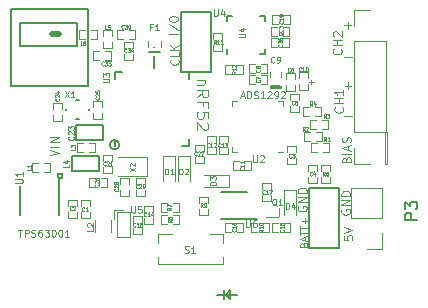
<source format=gto>
G04 #@! TF.GenerationSoftware,KiCad,Pcbnew,(5.0.0)*
G04 #@! TF.CreationDate,2019-06-09T20:22:17-04:00*
G04 #@! TF.ProjectId,ExG_ADS1292_v4,4578475F414453313239325F76342E6B,rev?*
G04 #@! TF.SameCoordinates,Original*
G04 #@! TF.FileFunction,Legend,Top*
G04 #@! TF.FilePolarity,Positive*
%FSLAX46Y46*%
G04 Gerber Fmt 4.6, Leading zero omitted, Abs format (unit mm)*
G04 Created by KiCad (PCBNEW (5.0.0)) date 06/09/19 20:22:17*
%MOMM*%
%LPD*%
G01*
G04 APERTURE LIST*
%ADD10C,0.070000*%
%ADD11C,0.100000*%
%ADD12C,0.200000*%
%ADD13C,0.090000*%
%ADD14C,0.150000*%
%ADD15C,0.125000*%
%ADD16C,0.500000*%
%ADD17C,0.120000*%
%ADD18C,0.071120*%
%ADD19C,0.152400*%
%ADD20C,0.127000*%
%ADD21C,0.080000*%
%ADD22C,0.114300*%
%ADD23C,0.092000*%
%ADD24C,0.095000*%
G04 APERTURE END LIST*
D10*
X290637142Y-145482857D02*
X290665714Y-145397142D01*
X290694285Y-145368571D01*
X290751428Y-145340000D01*
X290837142Y-145340000D01*
X290894285Y-145368571D01*
X290922857Y-145397142D01*
X290951428Y-145454285D01*
X290951428Y-145682857D01*
X290351428Y-145682857D01*
X290351428Y-145482857D01*
X290380000Y-145425714D01*
X290408571Y-145397142D01*
X290465714Y-145368571D01*
X290522857Y-145368571D01*
X290580000Y-145397142D01*
X290608571Y-145425714D01*
X290637142Y-145482857D01*
X290637142Y-145682857D01*
X290780000Y-145111428D02*
X290780000Y-144825714D01*
X290951428Y-145168571D02*
X290351428Y-144968571D01*
X290951428Y-144768571D01*
X290351428Y-144654285D02*
X290351428Y-144311428D01*
X290951428Y-144482857D02*
X290351428Y-144482857D01*
X290351428Y-144197142D02*
X290351428Y-143854285D01*
X290951428Y-144025714D02*
X290351428Y-144025714D01*
X290722857Y-143654285D02*
X290722857Y-143197142D01*
X290951428Y-143425714D02*
X290494285Y-143425714D01*
D11*
X294029285Y-144712857D02*
X294029285Y-145070000D01*
X294386428Y-145105714D01*
X294350714Y-145070000D01*
X294315000Y-144998571D01*
X294315000Y-144820000D01*
X294350714Y-144748571D01*
X294386428Y-144712857D01*
X294457857Y-144677142D01*
X294636428Y-144677142D01*
X294707857Y-144712857D01*
X294743571Y-144748571D01*
X294779285Y-144820000D01*
X294779285Y-144998571D01*
X294743571Y-145070000D01*
X294707857Y-145105714D01*
X294029285Y-144462857D02*
X294779285Y-144212857D01*
X294029285Y-143962857D01*
X290205000Y-142221428D02*
X290169285Y-142292857D01*
X290169285Y-142400000D01*
X290205000Y-142507142D01*
X290276428Y-142578571D01*
X290347857Y-142614285D01*
X290490714Y-142650000D01*
X290597857Y-142650000D01*
X290740714Y-142614285D01*
X290812142Y-142578571D01*
X290883571Y-142507142D01*
X290919285Y-142400000D01*
X290919285Y-142328571D01*
X290883571Y-142221428D01*
X290847857Y-142185714D01*
X290597857Y-142185714D01*
X290597857Y-142328571D01*
X290919285Y-141864285D02*
X290169285Y-141864285D01*
X290919285Y-141435714D01*
X290169285Y-141435714D01*
X290919285Y-141078571D02*
X290169285Y-141078571D01*
X290169285Y-140900000D01*
X290205000Y-140792857D01*
X290276428Y-140721428D01*
X290347857Y-140685714D01*
X290490714Y-140650000D01*
X290597857Y-140650000D01*
X290740714Y-140685714D01*
X290812142Y-140721428D01*
X290883571Y-140792857D01*
X290919285Y-140900000D01*
X290919285Y-141078571D01*
D12*
X288690000Y-132180000D02*
X288690000Y-132020000D01*
X287880000Y-132180000D02*
X288690000Y-132180000D01*
X287880000Y-132020000D02*
X287880000Y-132180000D01*
X288680000Y-132020000D02*
X287880000Y-132020000D01*
D13*
X283017857Y-125521428D02*
X283017857Y-126007142D01*
X283046428Y-126064285D01*
X283075000Y-126092857D01*
X283132142Y-126121428D01*
X283246428Y-126121428D01*
X283303571Y-126092857D01*
X283332142Y-126064285D01*
X283360714Y-126007142D01*
X283360714Y-125521428D01*
X283903571Y-125721428D02*
X283903571Y-126121428D01*
X283760714Y-125492857D02*
X283617857Y-125921428D01*
X283989285Y-125921428D01*
X285328571Y-132910000D02*
X285614285Y-132910000D01*
X285271428Y-133081428D02*
X285471428Y-132481428D01*
X285671428Y-133081428D01*
X285871428Y-133081428D02*
X285871428Y-132481428D01*
X286014285Y-132481428D01*
X286100000Y-132510000D01*
X286157142Y-132567142D01*
X286185714Y-132624285D01*
X286214285Y-132738571D01*
X286214285Y-132824285D01*
X286185714Y-132938571D01*
X286157142Y-132995714D01*
X286100000Y-133052857D01*
X286014285Y-133081428D01*
X285871428Y-133081428D01*
X286442857Y-133052857D02*
X286528571Y-133081428D01*
X286671428Y-133081428D01*
X286728571Y-133052857D01*
X286757142Y-133024285D01*
X286785714Y-132967142D01*
X286785714Y-132910000D01*
X286757142Y-132852857D01*
X286728571Y-132824285D01*
X286671428Y-132795714D01*
X286557142Y-132767142D01*
X286500000Y-132738571D01*
X286471428Y-132710000D01*
X286442857Y-132652857D01*
X286442857Y-132595714D01*
X286471428Y-132538571D01*
X286500000Y-132510000D01*
X286557142Y-132481428D01*
X286700000Y-132481428D01*
X286785714Y-132510000D01*
X287357142Y-133081428D02*
X287014285Y-133081428D01*
X287185714Y-133081428D02*
X287185714Y-132481428D01*
X287128571Y-132567142D01*
X287071428Y-132624285D01*
X287014285Y-132652857D01*
X287585714Y-132538571D02*
X287614285Y-132510000D01*
X287671428Y-132481428D01*
X287814285Y-132481428D01*
X287871428Y-132510000D01*
X287900000Y-132538571D01*
X287928571Y-132595714D01*
X287928571Y-132652857D01*
X287900000Y-132738571D01*
X287557142Y-133081428D01*
X287928571Y-133081428D01*
X288214285Y-133081428D02*
X288328571Y-133081428D01*
X288385714Y-133052857D01*
X288414285Y-133024285D01*
X288471428Y-132938571D01*
X288500000Y-132824285D01*
X288500000Y-132595714D01*
X288471428Y-132538571D01*
X288442857Y-132510000D01*
X288385714Y-132481428D01*
X288271428Y-132481428D01*
X288214285Y-132510000D01*
X288185714Y-132538571D01*
X288157142Y-132595714D01*
X288157142Y-132738571D01*
X288185714Y-132795714D01*
X288214285Y-132824285D01*
X288271428Y-132852857D01*
X288385714Y-132852857D01*
X288442857Y-132824285D01*
X288471428Y-132795714D01*
X288500000Y-132738571D01*
X288728571Y-132538571D02*
X288757142Y-132510000D01*
X288814285Y-132481428D01*
X288957142Y-132481428D01*
X289014285Y-132510000D01*
X289042857Y-132538571D01*
X289071428Y-132595714D01*
X289071428Y-132652857D01*
X289042857Y-132738571D01*
X288700000Y-133081428D01*
X289071428Y-133081428D01*
X266484285Y-144201428D02*
X266827142Y-144201428D01*
X266655714Y-144801428D02*
X266655714Y-144201428D01*
X267027142Y-144801428D02*
X267027142Y-144201428D01*
X267255714Y-144201428D01*
X267312857Y-144230000D01*
X267341428Y-144258571D01*
X267370000Y-144315714D01*
X267370000Y-144401428D01*
X267341428Y-144458571D01*
X267312857Y-144487142D01*
X267255714Y-144515714D01*
X267027142Y-144515714D01*
X267598571Y-144772857D02*
X267684285Y-144801428D01*
X267827142Y-144801428D01*
X267884285Y-144772857D01*
X267912857Y-144744285D01*
X267941428Y-144687142D01*
X267941428Y-144630000D01*
X267912857Y-144572857D01*
X267884285Y-144544285D01*
X267827142Y-144515714D01*
X267712857Y-144487142D01*
X267655714Y-144458571D01*
X267627142Y-144430000D01*
X267598571Y-144372857D01*
X267598571Y-144315714D01*
X267627142Y-144258571D01*
X267655714Y-144230000D01*
X267712857Y-144201428D01*
X267855714Y-144201428D01*
X267941428Y-144230000D01*
X268455714Y-144201428D02*
X268341428Y-144201428D01*
X268284285Y-144230000D01*
X268255714Y-144258571D01*
X268198571Y-144344285D01*
X268170000Y-144458571D01*
X268170000Y-144687142D01*
X268198571Y-144744285D01*
X268227142Y-144772857D01*
X268284285Y-144801428D01*
X268398571Y-144801428D01*
X268455714Y-144772857D01*
X268484285Y-144744285D01*
X268512857Y-144687142D01*
X268512857Y-144544285D01*
X268484285Y-144487142D01*
X268455714Y-144458571D01*
X268398571Y-144430000D01*
X268284285Y-144430000D01*
X268227142Y-144458571D01*
X268198571Y-144487142D01*
X268170000Y-144544285D01*
X268712857Y-144201428D02*
X269084285Y-144201428D01*
X268884285Y-144430000D01*
X268970000Y-144430000D01*
X269027142Y-144458571D01*
X269055714Y-144487142D01*
X269084285Y-144544285D01*
X269084285Y-144687142D01*
X269055714Y-144744285D01*
X269027142Y-144772857D01*
X268970000Y-144801428D01*
X268798571Y-144801428D01*
X268741428Y-144772857D01*
X268712857Y-144744285D01*
X269455714Y-144201428D02*
X269512857Y-144201428D01*
X269570000Y-144230000D01*
X269598571Y-144258571D01*
X269627142Y-144315714D01*
X269655714Y-144430000D01*
X269655714Y-144572857D01*
X269627142Y-144687142D01*
X269598571Y-144744285D01*
X269570000Y-144772857D01*
X269512857Y-144801428D01*
X269455714Y-144801428D01*
X269398571Y-144772857D01*
X269370000Y-144744285D01*
X269341428Y-144687142D01*
X269312857Y-144572857D01*
X269312857Y-144430000D01*
X269341428Y-144315714D01*
X269370000Y-144258571D01*
X269398571Y-144230000D01*
X269455714Y-144201428D01*
X270027142Y-144201428D02*
X270084285Y-144201428D01*
X270141428Y-144230000D01*
X270170000Y-144258571D01*
X270198571Y-144315714D01*
X270227142Y-144430000D01*
X270227142Y-144572857D01*
X270198571Y-144687142D01*
X270170000Y-144744285D01*
X270141428Y-144772857D01*
X270084285Y-144801428D01*
X270027142Y-144801428D01*
X269970000Y-144772857D01*
X269941428Y-144744285D01*
X269912857Y-144687142D01*
X269884285Y-144572857D01*
X269884285Y-144430000D01*
X269912857Y-144315714D01*
X269941428Y-144258571D01*
X269970000Y-144230000D01*
X270027142Y-144201428D01*
X270798571Y-144801428D02*
X270455714Y-144801428D01*
X270627142Y-144801428D02*
X270627142Y-144201428D01*
X270570000Y-144287142D01*
X270512857Y-144344285D01*
X270455714Y-144372857D01*
D11*
X294078571Y-134588095D02*
X294721428Y-134588095D01*
X294114285Y-132012857D02*
X294685714Y-132012857D01*
X294400000Y-132294761D02*
X294400000Y-131730952D01*
D13*
X291099523Y-131695714D02*
X291480476Y-131695714D01*
X291290000Y-131886190D02*
X291290000Y-131505238D01*
D11*
X294094285Y-126912857D02*
X294665714Y-126912857D01*
X294380000Y-127194761D02*
X294380000Y-126630952D01*
D12*
X277550000Y-129140000D02*
X278460000Y-129140000D01*
X277980000Y-128770000D02*
X277980000Y-128700000D01*
X278000000Y-130530000D02*
X278000000Y-129530000D01*
D11*
X294098571Y-129568095D02*
X294741428Y-129568095D01*
X279976666Y-127633333D02*
X279276666Y-127633333D01*
X279243333Y-126800000D02*
X280143333Y-127400000D01*
X279276666Y-126433333D02*
X279276666Y-126300000D01*
X279310000Y-126233333D01*
X279376666Y-126166666D01*
X279510000Y-126133333D01*
X279743333Y-126133333D01*
X279876666Y-126166666D01*
X279943333Y-126233333D01*
X279976666Y-126300000D01*
X279976666Y-126433333D01*
X279943333Y-126500000D01*
X279876666Y-126566666D01*
X279743333Y-126600000D01*
X279510000Y-126600000D01*
X279376666Y-126566666D01*
X279310000Y-126500000D01*
X279276666Y-126433333D01*
D12*
X265900000Y-132000000D02*
X265900000Y-125500000D01*
X272400000Y-132000000D02*
X265900000Y-132000000D01*
X272400000Y-125500000D02*
X272400000Y-132000000D01*
X265900000Y-125500000D02*
X272400000Y-125500000D01*
X284232500Y-149712500D02*
X284332500Y-149612500D01*
X284232500Y-149812500D02*
X284332500Y-149812500D01*
D14*
X285032500Y-149712500D02*
X283332500Y-149712500D01*
X283932500Y-150112500D02*
X283932500Y-149312500D01*
D12*
X284432500Y-149312500D02*
X284032500Y-149712500D01*
X284432500Y-150112500D02*
X284032500Y-149712500D01*
X284432500Y-149312500D02*
X284432500Y-150112500D01*
D15*
X282254285Y-131504761D02*
X281587619Y-131504761D01*
X282159047Y-131504761D02*
X282206666Y-131552380D01*
X282254285Y-131647619D01*
X282254285Y-131790476D01*
X282206666Y-131885714D01*
X282111428Y-131933333D01*
X281587619Y-131933333D01*
X281587619Y-132980952D02*
X282063809Y-132647619D01*
X281587619Y-132409523D02*
X282587619Y-132409523D01*
X282587619Y-132790476D01*
X282540000Y-132885714D01*
X282492380Y-132933333D01*
X282397142Y-132980952D01*
X282254285Y-132980952D01*
X282159047Y-132933333D01*
X282111428Y-132885714D01*
X282063809Y-132790476D01*
X282063809Y-132409523D01*
X282111428Y-133742857D02*
X282111428Y-133409523D01*
X281587619Y-133409523D02*
X282587619Y-133409523D01*
X282587619Y-133885714D01*
X282587619Y-134742857D02*
X282587619Y-134266666D01*
X282111428Y-134219047D01*
X282159047Y-134266666D01*
X282206666Y-134361904D01*
X282206666Y-134600000D01*
X282159047Y-134695238D01*
X282111428Y-134742857D01*
X282016190Y-134790476D01*
X281778095Y-134790476D01*
X281682857Y-134742857D01*
X281635238Y-134695238D01*
X281587619Y-134600000D01*
X281587619Y-134361904D01*
X281635238Y-134266666D01*
X281682857Y-134219047D01*
X282492380Y-135171428D02*
X282540000Y-135219047D01*
X282587619Y-135314285D01*
X282587619Y-135552380D01*
X282540000Y-135647619D01*
X282492380Y-135695238D01*
X282397142Y-135742857D01*
X282301904Y-135742857D01*
X282159047Y-135695238D01*
X281587619Y-135123809D01*
X281587619Y-135742857D01*
D11*
X294257142Y-138263571D02*
X294292380Y-138156428D01*
X294327619Y-138120714D01*
X294398095Y-138085000D01*
X294503809Y-138085000D01*
X294574285Y-138120714D01*
X294609523Y-138156428D01*
X294644761Y-138227857D01*
X294644761Y-138513571D01*
X293904761Y-138513571D01*
X293904761Y-138263571D01*
X293940000Y-138192142D01*
X293975238Y-138156428D01*
X294045714Y-138120714D01*
X294116190Y-138120714D01*
X294186666Y-138156428D01*
X294221904Y-138192142D01*
X294257142Y-138263571D01*
X294257142Y-138513571D01*
X294644761Y-137763571D02*
X293904761Y-137763571D01*
X294433333Y-137442142D02*
X294433333Y-137085000D01*
X294644761Y-137513571D02*
X293904761Y-137263571D01*
X294644761Y-137013571D01*
X294609523Y-136799285D02*
X294644761Y-136692142D01*
X294644761Y-136513571D01*
X294609523Y-136442142D01*
X294574285Y-136406428D01*
X294503809Y-136370714D01*
X294433333Y-136370714D01*
X294362857Y-136406428D01*
X294327619Y-136442142D01*
X294292380Y-136513571D01*
X294257142Y-136656428D01*
X294221904Y-136727857D01*
X294186666Y-136763571D01*
X294116190Y-136799285D01*
X294045714Y-136799285D01*
X293975238Y-136763571D01*
X293940000Y-136727857D01*
X293904761Y-136656428D01*
X293904761Y-136477857D01*
X293940000Y-136370714D01*
X293804285Y-128897857D02*
X293839523Y-128933571D01*
X293874761Y-129040714D01*
X293874761Y-129112142D01*
X293839523Y-129219285D01*
X293769047Y-129290714D01*
X293698571Y-129326428D01*
X293557619Y-129362142D01*
X293451904Y-129362142D01*
X293310952Y-129326428D01*
X293240476Y-129290714D01*
X293170000Y-129219285D01*
X293134761Y-129112142D01*
X293134761Y-129040714D01*
X293170000Y-128933571D01*
X293205238Y-128897857D01*
X293874761Y-128576428D02*
X293134761Y-128576428D01*
X293487142Y-128576428D02*
X293487142Y-128147857D01*
X293874761Y-128147857D02*
X293134761Y-128147857D01*
X293205238Y-127826428D02*
X293170000Y-127790714D01*
X293134761Y-127719285D01*
X293134761Y-127540714D01*
X293170000Y-127469285D01*
X293205238Y-127433571D01*
X293275714Y-127397857D01*
X293346190Y-127397857D01*
X293451904Y-127433571D01*
X293874761Y-127862142D01*
X293874761Y-127397857D01*
X293924285Y-133837857D02*
X293959523Y-133873571D01*
X293994761Y-133980714D01*
X293994761Y-134052142D01*
X293959523Y-134159285D01*
X293889047Y-134230714D01*
X293818571Y-134266428D01*
X293677619Y-134302142D01*
X293571904Y-134302142D01*
X293430952Y-134266428D01*
X293360476Y-134230714D01*
X293290000Y-134159285D01*
X293254761Y-134052142D01*
X293254761Y-133980714D01*
X293290000Y-133873571D01*
X293325238Y-133837857D01*
X293994761Y-133516428D02*
X293254761Y-133516428D01*
X293607142Y-133516428D02*
X293607142Y-133087857D01*
X293994761Y-133087857D02*
X293254761Y-133087857D01*
X293994761Y-132337857D02*
X293994761Y-132766428D01*
X293994761Y-132552142D02*
X293254761Y-132552142D01*
X293360476Y-132623571D01*
X293430952Y-132695000D01*
X293466190Y-132766428D01*
D12*
X270243607Y-139655000D02*
G75*
G03X270243607Y-139655000I-223607J0D01*
G01*
X275033113Y-137010000D02*
G75*
G03X275033113Y-137010000I-403113J0D01*
G01*
D11*
X280000000Y-129816666D02*
X280033333Y-129850000D01*
X280066666Y-129950000D01*
X280066666Y-130016666D01*
X280033333Y-130116666D01*
X279966666Y-130183333D01*
X279900000Y-130216666D01*
X279766666Y-130250000D01*
X279666666Y-130250000D01*
X279533333Y-130216666D01*
X279466666Y-130183333D01*
X279400000Y-130116666D01*
X279366666Y-130016666D01*
X279366666Y-129950000D01*
X279400000Y-129850000D01*
X279433333Y-129816666D01*
X280066666Y-129183333D02*
X280066666Y-129516666D01*
X279366666Y-129516666D01*
X280066666Y-128950000D02*
X279366666Y-128950000D01*
X280066666Y-128550000D02*
X279666666Y-128850000D01*
X279366666Y-128550000D02*
X279766666Y-128950000D01*
X293875000Y-142491428D02*
X293839285Y-142562857D01*
X293839285Y-142670000D01*
X293875000Y-142777142D01*
X293946428Y-142848571D01*
X294017857Y-142884285D01*
X294160714Y-142920000D01*
X294267857Y-142920000D01*
X294410714Y-142884285D01*
X294482142Y-142848571D01*
X294553571Y-142777142D01*
X294589285Y-142670000D01*
X294589285Y-142598571D01*
X294553571Y-142491428D01*
X294517857Y-142455714D01*
X294267857Y-142455714D01*
X294267857Y-142598571D01*
X294589285Y-142134285D02*
X293839285Y-142134285D01*
X294589285Y-141705714D01*
X293839285Y-141705714D01*
X294589285Y-141348571D02*
X293839285Y-141348571D01*
X293839285Y-141170000D01*
X293875000Y-141062857D01*
X293946428Y-140991428D01*
X294017857Y-140955714D01*
X294160714Y-140920000D01*
X294267857Y-140920000D01*
X294410714Y-140955714D01*
X294482142Y-140991428D01*
X294553571Y-141062857D01*
X294589285Y-141170000D01*
X294589285Y-141348571D01*
X269199285Y-137921428D02*
X269949285Y-137671428D01*
X269199285Y-137421428D01*
X269949285Y-137171428D02*
X269199285Y-137171428D01*
X269949285Y-136814285D02*
X269199285Y-136814285D01*
X269949285Y-136385714D01*
X269199285Y-136385714D01*
D16*
X269900000Y-127673000D02*
X269320000Y-127673000D01*
D17*
G04 #@! TO.C,U5*
X274620001Y-142520001D02*
X274620001Y-143270001D01*
X274620001Y-142520001D02*
X274620001Y-142520001D01*
X275370001Y-142520001D02*
X274620001Y-142520001D01*
X274820001Y-144820001D02*
X275920001Y-144820001D01*
X275920001Y-142720001D02*
X275920001Y-144820001D01*
X275920001Y-142720001D02*
X274820001Y-142720001D01*
X274820001Y-142720001D02*
X274820001Y-144820001D01*
D18*
G04 #@! TO.C,C14*
X277931000Y-142671420D02*
X277931000Y-142163420D01*
X277931000Y-142163420D02*
X277169000Y-142163420D01*
X277169000Y-142163420D02*
X277169000Y-142671420D01*
X277931000Y-143179420D02*
X277931000Y-143687420D01*
X277931000Y-143687420D02*
X277169000Y-143687420D01*
X277169000Y-143687420D02*
X277169000Y-143179420D01*
G04 #@! TO.C,C19*
X289487000Y-126806000D02*
X288979000Y-126806000D01*
X289487000Y-126044000D02*
X289487000Y-126806000D01*
X288979000Y-126044000D02*
X289487000Y-126044000D01*
X287963000Y-126806000D02*
X288471000Y-126806000D01*
X287963000Y-126044000D02*
X287963000Y-126806000D01*
X288471000Y-126044000D02*
X287963000Y-126044000D01*
D11*
G04 #@! TO.C,S1*
X278325000Y-144610000D02*
X279475000Y-144610000D01*
X283825000Y-144610000D02*
X282675000Y-144610000D01*
X283825000Y-144610000D02*
X283825000Y-145330000D01*
X283825000Y-147110000D02*
X283825000Y-146530000D01*
X283825000Y-147110000D02*
X278325000Y-147110000D01*
X278325000Y-147110000D02*
X278325000Y-146530000D01*
X278325000Y-144610000D02*
X278325000Y-145330000D01*
D17*
G04 #@! TO.C,P3*
X297320000Y-140640000D02*
X294660000Y-140640000D01*
X297320000Y-143240000D02*
X297320000Y-140640000D01*
X294660000Y-143240000D02*
X294660000Y-140640000D01*
X297320000Y-143240000D02*
X294660000Y-143240000D01*
X297320000Y-144510000D02*
X297320000Y-145840000D01*
X297320000Y-145840000D02*
X295990000Y-145840000D01*
G04 #@! TO.C,P5*
X294940000Y-135900000D02*
X297600000Y-135900000D01*
X294940000Y-128220000D02*
X294940000Y-135900000D01*
X297600000Y-128220000D02*
X297600000Y-135900000D01*
X294940000Y-128220000D02*
X297600000Y-128220000D01*
X294940000Y-126950000D02*
X294940000Y-125620000D01*
X294940000Y-125620000D02*
X296270000Y-125620000D01*
D18*
G04 #@! TO.C,R5*
X279045580Y-142944000D02*
X278537580Y-142944000D01*
X278537580Y-142944000D02*
X278537580Y-143706000D01*
X278537580Y-143706000D02*
X279045580Y-143706000D01*
X279553580Y-142944000D02*
X280061580Y-142944000D01*
X280061580Y-142944000D02*
X280061580Y-143706000D01*
X280061580Y-143706000D02*
X279553580Y-143706000D01*
D17*
G04 #@! TO.C,D4*
X290020000Y-140880000D02*
X289020000Y-140880000D01*
X289020000Y-140880000D02*
X289020000Y-142980000D01*
X290020000Y-140880000D02*
X290020000Y-142980000D01*
D18*
G04 #@! TO.C,C18*
X288506000Y-143629000D02*
X287998000Y-143629000D01*
X287998000Y-143629000D02*
X287998000Y-144391000D01*
X287998000Y-144391000D02*
X288506000Y-144391000D01*
X289014000Y-143629000D02*
X289522000Y-143629000D01*
X289522000Y-143629000D02*
X289522000Y-144391000D01*
X289522000Y-144391000D02*
X289014000Y-144391000D01*
G04 #@! TO.C,R10*
X286726000Y-143629000D02*
X286218000Y-143629000D01*
X286218000Y-143629000D02*
X286218000Y-144391000D01*
X286218000Y-144391000D02*
X286726000Y-144391000D01*
X287234000Y-143629000D02*
X287742000Y-143629000D01*
X287742000Y-143629000D02*
X287742000Y-144391000D01*
X287742000Y-144391000D02*
X287234000Y-144391000D01*
G04 #@! TO.C,C16*
X285004000Y-144401000D02*
X285512000Y-144401000D01*
X285512000Y-144401000D02*
X285512000Y-143639000D01*
X285512000Y-143639000D02*
X285004000Y-143639000D01*
X284496000Y-144401000D02*
X283988000Y-144401000D01*
X283988000Y-144401000D02*
X283988000Y-143639000D01*
X283988000Y-143639000D02*
X284496000Y-143639000D01*
G04 #@! TO.C,R9*
X281759000Y-142444000D02*
X281759000Y-142952000D01*
X281759000Y-142952000D02*
X282521000Y-142952000D01*
X282521000Y-142952000D02*
X282521000Y-142444000D01*
X281759000Y-141936000D02*
X281759000Y-141428000D01*
X281759000Y-141428000D02*
X282521000Y-141428000D01*
X282521000Y-141428000D02*
X282521000Y-141936000D01*
G04 #@! TO.C,C17*
X287109000Y-141274000D02*
X287109000Y-141782000D01*
X287109000Y-141782000D02*
X287871000Y-141782000D01*
X287871000Y-141782000D02*
X287871000Y-141274000D01*
X287109000Y-140766000D02*
X287109000Y-140258000D01*
X287109000Y-140258000D02*
X287871000Y-140258000D01*
X287871000Y-140258000D02*
X287871000Y-140766000D01*
D17*
G04 #@! TO.C,D3*
X284340000Y-140550000D02*
X284340000Y-139550000D01*
X284340000Y-139550000D02*
X282240000Y-139550000D01*
X284340000Y-140550000D02*
X282240000Y-140550000D01*
D18*
G04 #@! TO.C,C22*
X282181000Y-137516000D02*
X282181000Y-137008000D01*
X282181000Y-137008000D02*
X281419000Y-137008000D01*
X281419000Y-137008000D02*
X281419000Y-137516000D01*
X282181000Y-138024000D02*
X282181000Y-138532000D01*
X282181000Y-138532000D02*
X281419000Y-138532000D01*
X281419000Y-138532000D02*
X281419000Y-138024000D01*
G04 #@! TO.C,R7*
X279045580Y-141919000D02*
X278537580Y-141919000D01*
X278537580Y-141919000D02*
X278537580Y-142681000D01*
X278537580Y-142681000D02*
X279045580Y-142681000D01*
X279553580Y-141919000D02*
X280061580Y-141919000D01*
X280061580Y-141919000D02*
X280061580Y-142681000D01*
X280061580Y-142681000D02*
X279553580Y-142681000D01*
G04 #@! TO.C,C15*
X276169000Y-144054420D02*
X276169000Y-144562420D01*
X276169000Y-144562420D02*
X276931000Y-144562420D01*
X276931000Y-144562420D02*
X276931000Y-144054420D01*
X276169000Y-143546420D02*
X276169000Y-143038420D01*
X276169000Y-143038420D02*
X276931000Y-143038420D01*
X276931000Y-143038420D02*
X276931000Y-143546420D01*
D17*
G04 #@! TO.C,U2*
X284610000Y-137620000D02*
X284610000Y-137195000D01*
X288910000Y-133320000D02*
X288910000Y-133745000D01*
X284610000Y-133320000D02*
X284610000Y-133745000D01*
X288910000Y-137620000D02*
X288485000Y-137620000D01*
X288910000Y-133320000D02*
X288485000Y-133320000D01*
X284610000Y-133320000D02*
X285035000Y-133320000D01*
X284610000Y-137620000D02*
X285035000Y-137620000D01*
D18*
G04 #@! TO.C,C5*
X289509000Y-133704000D02*
X289509000Y-134212000D01*
X289509000Y-134212000D02*
X290271000Y-134212000D01*
X290271000Y-134212000D02*
X290271000Y-133704000D01*
X289509000Y-133196000D02*
X289509000Y-132688000D01*
X289509000Y-132688000D02*
X290271000Y-132688000D01*
X290271000Y-132688000D02*
X290271000Y-133196000D01*
G04 #@! TO.C,C3*
X289219000Y-138164000D02*
X289219000Y-138672000D01*
X289219000Y-138672000D02*
X289981000Y-138672000D01*
X289981000Y-138672000D02*
X289981000Y-138164000D01*
X289219000Y-137656000D02*
X289219000Y-137148000D01*
X289219000Y-137148000D02*
X289981000Y-137148000D01*
X289981000Y-137148000D02*
X289981000Y-137656000D01*
G04 #@! TO.C,C13*
X284211000Y-136806000D02*
X284211000Y-136298000D01*
X284211000Y-136298000D02*
X283449000Y-136298000D01*
X283449000Y-136298000D02*
X283449000Y-136806000D01*
X284211000Y-137314000D02*
X284211000Y-137822000D01*
X284211000Y-137822000D02*
X283449000Y-137822000D01*
X283449000Y-137822000D02*
X283449000Y-137314000D01*
G04 #@! TO.C,C12*
X283221000Y-136806000D02*
X283221000Y-136298000D01*
X283221000Y-136298000D02*
X282459000Y-136298000D01*
X282459000Y-136298000D02*
X282459000Y-136806000D01*
X283221000Y-137314000D02*
X283221000Y-137822000D01*
X283221000Y-137822000D02*
X282459000Y-137822000D01*
X282459000Y-137822000D02*
X282459000Y-137314000D01*
G04 #@! TO.C,C8*
X286516000Y-130189000D02*
X286008000Y-130189000D01*
X286008000Y-130189000D02*
X286008000Y-130951000D01*
X286008000Y-130951000D02*
X286516000Y-130951000D01*
X287024000Y-130189000D02*
X287532000Y-130189000D01*
X287532000Y-130189000D02*
X287532000Y-130951000D01*
X287532000Y-130951000D02*
X287024000Y-130951000D01*
G04 #@! TO.C,C10*
X290981000Y-131386000D02*
X290981000Y-130878000D01*
X290981000Y-130878000D02*
X290219000Y-130878000D01*
X290219000Y-130878000D02*
X290219000Y-131386000D01*
X290981000Y-131894000D02*
X290981000Y-132402000D01*
X290981000Y-132402000D02*
X290219000Y-132402000D01*
X290219000Y-132402000D02*
X290219000Y-131894000D01*
G04 #@! TO.C,C7*
X286516000Y-131139000D02*
X286008000Y-131139000D01*
X286008000Y-131139000D02*
X286008000Y-131901000D01*
X286008000Y-131901000D02*
X286516000Y-131901000D01*
X287024000Y-131139000D02*
X287532000Y-131139000D01*
X287532000Y-131139000D02*
X287532000Y-131901000D01*
X287532000Y-131901000D02*
X287024000Y-131901000D01*
D14*
G04 #@! TO.C,U1*
X266670000Y-140525000D02*
X266670000Y-142975000D01*
X269970000Y-139800000D02*
X269970000Y-142975000D01*
D18*
G04 #@! TO.C,L1*
X268186000Y-138589000D02*
X267678000Y-138589000D01*
X267678000Y-138589000D02*
X267678000Y-139351000D01*
X267678000Y-139351000D02*
X268186000Y-139351000D01*
X268694000Y-138589000D02*
X269202000Y-138589000D01*
X269202000Y-138589000D02*
X269202000Y-139351000D01*
X269202000Y-139351000D02*
X268694000Y-139351000D01*
G04 #@! TO.C,C4*
X291004000Y-139714000D02*
X291004000Y-140222000D01*
X291004000Y-140222000D02*
X291766000Y-140222000D01*
X291766000Y-140222000D02*
X291766000Y-139714000D01*
X291004000Y-139206000D02*
X291004000Y-138698000D01*
X291004000Y-138698000D02*
X291766000Y-138698000D01*
X291766000Y-138698000D02*
X291766000Y-139206000D01*
G04 #@! TO.C,C21*
X273689000Y-138854000D02*
X273689000Y-139362000D01*
X273689000Y-139362000D02*
X274451000Y-139362000D01*
X274451000Y-139362000D02*
X274451000Y-138854000D01*
X273689000Y-138346000D02*
X273689000Y-137838000D01*
X273689000Y-137838000D02*
X274451000Y-137838000D01*
X274451000Y-137838000D02*
X274451000Y-138346000D01*
G04 #@! TO.C,R12*
X284984000Y-130991000D02*
X285492000Y-130991000D01*
X285492000Y-130991000D02*
X285492000Y-130229000D01*
X285492000Y-130229000D02*
X284984000Y-130229000D01*
X284476000Y-130991000D02*
X283968000Y-130991000D01*
X283968000Y-130991000D02*
X283968000Y-130229000D01*
X283968000Y-130229000D02*
X284476000Y-130229000D01*
G04 #@! TO.C,R11*
X283756000Y-128046420D02*
X283756000Y-127538420D01*
X283756000Y-127538420D02*
X282994000Y-127538420D01*
X282994000Y-127538420D02*
X282994000Y-128046420D01*
X283756000Y-128554420D02*
X283756000Y-129062420D01*
X283756000Y-129062420D02*
X282994000Y-129062420D01*
X282994000Y-129062420D02*
X282994000Y-128554420D01*
G04 #@! TO.C,C36*
X288395580Y-127969000D02*
X287887580Y-127969000D01*
X287887580Y-127969000D02*
X287887580Y-128731000D01*
X287887580Y-128731000D02*
X288395580Y-128731000D01*
X288903580Y-127969000D02*
X289411580Y-127969000D01*
X289411580Y-127969000D02*
X289411580Y-128731000D01*
X289411580Y-128731000D02*
X288903580Y-128731000D01*
G04 #@! TO.C,C35*
X288421000Y-127044000D02*
X287913000Y-127044000D01*
X287913000Y-127044000D02*
X287913000Y-127806000D01*
X287913000Y-127806000D02*
X288421000Y-127806000D01*
X288929000Y-127044000D02*
X289437000Y-127044000D01*
X289437000Y-127044000D02*
X289437000Y-127806000D01*
X289437000Y-127806000D02*
X288929000Y-127806000D01*
D17*
G04 #@! TO.C,F1*
X277470000Y-128250000D02*
X277470000Y-128750000D01*
X278530000Y-128750000D02*
X278530000Y-128250000D01*
D18*
G04 #@! TO.C,C34*
X275459000Y-129294000D02*
X275459000Y-129802000D01*
X275459000Y-129802000D02*
X276221000Y-129802000D01*
X276221000Y-129802000D02*
X276221000Y-129294000D01*
X275459000Y-128786000D02*
X275459000Y-128278000D01*
X275459000Y-128278000D02*
X276221000Y-128278000D01*
X276221000Y-128278000D02*
X276221000Y-128786000D01*
G04 #@! TO.C,C33*
X273346000Y-129069000D02*
X272838000Y-129069000D01*
X272838000Y-129069000D02*
X272838000Y-129831000D01*
X272838000Y-129831000D02*
X273346000Y-129831000D01*
X273854000Y-129069000D02*
X274362000Y-129069000D01*
X274362000Y-129069000D02*
X274362000Y-129831000D01*
X274362000Y-129831000D02*
X273854000Y-129831000D01*
D19*
G04 #@! TO.C,P2*
X282770000Y-130830000D02*
X280230000Y-130830000D01*
X280230000Y-130830000D02*
X280230000Y-125750000D01*
X280230000Y-125750000D02*
X282770000Y-125750000D01*
X282770000Y-125750000D02*
X282770000Y-130830000D01*
D17*
G04 #@! TO.C,D2*
X280990000Y-137950000D02*
X279990000Y-137950000D01*
X279990000Y-137950000D02*
X279990000Y-140050000D01*
X280990000Y-137950000D02*
X280990000Y-140050000D01*
D18*
G04 #@! TO.C,C11*
X285694000Y-139171000D02*
X286202000Y-139171000D01*
X286202000Y-139171000D02*
X286202000Y-138409000D01*
X286202000Y-138409000D02*
X285694000Y-138409000D01*
X285186000Y-139171000D02*
X284678000Y-139171000D01*
X284678000Y-139171000D02*
X284678000Y-138409000D01*
X284678000Y-138409000D02*
X285186000Y-138409000D01*
G04 #@! TO.C,C6*
X289881000Y-131416000D02*
X289881000Y-130908000D01*
X289881000Y-130908000D02*
X289119000Y-130908000D01*
X289119000Y-130908000D02*
X289119000Y-131416000D01*
X289881000Y-131924000D02*
X289881000Y-132432000D01*
X289881000Y-132432000D02*
X289119000Y-132432000D01*
X289119000Y-132432000D02*
X289119000Y-131924000D01*
G04 #@! TO.C,C2*
X270659000Y-142704000D02*
X270659000Y-143212000D01*
X270659000Y-143212000D02*
X271421000Y-143212000D01*
X271421000Y-143212000D02*
X271421000Y-142704000D01*
X270659000Y-142196000D02*
X270659000Y-141688000D01*
X270659000Y-141688000D02*
X271421000Y-141688000D01*
X271421000Y-141688000D02*
X271421000Y-142196000D01*
G04 #@! TO.C,C1*
X271759000Y-142714000D02*
X271759000Y-143222000D01*
X271759000Y-143222000D02*
X272521000Y-143222000D01*
X272521000Y-143222000D02*
X272521000Y-142714000D01*
X271759000Y-142206000D02*
X271759000Y-141698000D01*
X271759000Y-141698000D02*
X272521000Y-141698000D01*
X272521000Y-141698000D02*
X272521000Y-142206000D01*
G04 #@! TO.C,R6*
X292104000Y-139714000D02*
X292104000Y-140222000D01*
X292104000Y-140222000D02*
X292866000Y-140222000D01*
X292866000Y-140222000D02*
X292866000Y-139714000D01*
X292104000Y-139206000D02*
X292104000Y-138698000D01*
X292104000Y-138698000D02*
X292866000Y-138698000D01*
X292866000Y-138698000D02*
X292866000Y-139206000D01*
G04 #@! TO.C,R4*
X291136000Y-133809000D02*
X290628000Y-133809000D01*
X290628000Y-133809000D02*
X290628000Y-134571000D01*
X290628000Y-134571000D02*
X291136000Y-134571000D01*
X291644000Y-133809000D02*
X292152000Y-133809000D01*
X292152000Y-133809000D02*
X292152000Y-134571000D01*
X292152000Y-134571000D02*
X291644000Y-134571000D01*
G04 #@! TO.C,R3*
X291716000Y-134889000D02*
X291208000Y-134889000D01*
X291208000Y-134889000D02*
X291208000Y-135651000D01*
X291208000Y-135651000D02*
X291716000Y-135651000D01*
X292224000Y-134889000D02*
X292732000Y-134889000D01*
X292732000Y-134889000D02*
X292732000Y-135651000D01*
X292732000Y-135651000D02*
X292224000Y-135651000D01*
G04 #@! TO.C,R2*
X291146000Y-135909000D02*
X290638000Y-135909000D01*
X290638000Y-135909000D02*
X290638000Y-136671000D01*
X290638000Y-136671000D02*
X291146000Y-136671000D01*
X291654000Y-135909000D02*
X292162000Y-135909000D01*
X292162000Y-135909000D02*
X292162000Y-136671000D01*
X292162000Y-136671000D02*
X291654000Y-136671000D01*
G04 #@! TO.C,R1*
X291756000Y-136899000D02*
X291248000Y-136899000D01*
X291248000Y-136899000D02*
X291248000Y-137661000D01*
X291248000Y-137661000D02*
X291756000Y-137661000D01*
X292264000Y-136899000D02*
X292772000Y-136899000D01*
X292772000Y-136899000D02*
X292772000Y-137661000D01*
X292772000Y-137661000D02*
X292264000Y-137661000D01*
D17*
G04 #@! TO.C,D1*
X279740000Y-137950000D02*
X278740000Y-137950000D01*
X278740000Y-137950000D02*
X278740000Y-140050000D01*
X279740000Y-137950000D02*
X279740000Y-140050000D01*
D19*
G04 #@! TO.C,P1*
X293650000Y-145720000D02*
X291110000Y-145720000D01*
X291110000Y-145720000D02*
X291110000Y-140640000D01*
X291110000Y-140640000D02*
X293650000Y-140640000D01*
X293650000Y-140640000D02*
X293650000Y-145720000D01*
D20*
G04 #@! TO.C,L4*
X273313000Y-139255000D02*
X271027000Y-139255000D01*
X271027000Y-139255000D02*
X271027000Y-137985000D01*
X271027000Y-137985000D02*
X273313000Y-137985000D01*
X273313000Y-137985000D02*
X273313000Y-139255000D01*
D14*
G04 #@! TO.C,X1*
X272500000Y-134050000D02*
X272500000Y-134100000D01*
X272500000Y-134050000D02*
X272500000Y-134000000D01*
X270500000Y-134050000D02*
X270500000Y-134100000D01*
X270500000Y-134050000D02*
X270500000Y-134000000D01*
X271500000Y-134850000D02*
X271650000Y-134850000D01*
X271500000Y-134850000D02*
X271350000Y-134850000D01*
X271500000Y-133250000D02*
X271650000Y-133250000D01*
X271500000Y-133250000D02*
X271350000Y-133250000D01*
D18*
G04 #@! TO.C,C28*
X275831000Y-140296000D02*
X275831000Y-139788000D01*
X275831000Y-139788000D02*
X275069000Y-139788000D01*
X275069000Y-139788000D02*
X275069000Y-140296000D01*
X275831000Y-140804000D02*
X275831000Y-141312000D01*
X275831000Y-141312000D02*
X275069000Y-141312000D01*
X275069000Y-141312000D02*
X275069000Y-140804000D01*
G04 #@! TO.C,C26*
X273454000Y-140581000D02*
X273962000Y-140581000D01*
X273962000Y-140581000D02*
X273962000Y-139819000D01*
X273962000Y-139819000D02*
X273454000Y-139819000D01*
X272946000Y-140581000D02*
X272438000Y-140581000D01*
X272438000Y-140581000D02*
X272438000Y-139819000D01*
X272438000Y-139819000D02*
X272946000Y-139819000D01*
G04 #@! TO.C,C24*
X270181000Y-133946000D02*
X270181000Y-133438000D01*
X270181000Y-133438000D02*
X269419000Y-133438000D01*
X269419000Y-133438000D02*
X269419000Y-133946000D01*
X270181000Y-134454000D02*
X270181000Y-134962000D01*
X270181000Y-134962000D02*
X269419000Y-134962000D01*
X269419000Y-134962000D02*
X269419000Y-134454000D01*
G04 #@! TO.C,C25*
X272819000Y-134354000D02*
X272819000Y-134862000D01*
X272819000Y-134862000D02*
X273581000Y-134862000D01*
X273581000Y-134862000D02*
X273581000Y-134354000D01*
X272819000Y-133846000D02*
X272819000Y-133338000D01*
X272819000Y-133338000D02*
X273581000Y-133338000D01*
X273581000Y-133338000D02*
X273581000Y-133846000D01*
G04 #@! TO.C,C29*
X277231000Y-140296000D02*
X277231000Y-139788000D01*
X277231000Y-139788000D02*
X276469000Y-139788000D01*
X276469000Y-139788000D02*
X276469000Y-140296000D01*
X277231000Y-140804000D02*
X277231000Y-141312000D01*
X277231000Y-141312000D02*
X276469000Y-141312000D01*
X276469000Y-141312000D02*
X276469000Y-140804000D01*
D14*
G04 #@! TO.C,A1*
X266645000Y-126673000D02*
X271445000Y-126673000D01*
X271445000Y-126673000D02*
X271445000Y-128673000D01*
X271345000Y-128673000D02*
X266645000Y-128673000D01*
X266645000Y-128673000D02*
X266645000Y-126673000D01*
X271445000Y-128673000D02*
X271345000Y-128673000D01*
D18*
G04 #@! TO.C,L6*
X272654000Y-128081000D02*
X273162000Y-128081000D01*
X273162000Y-128081000D02*
X273162000Y-127319000D01*
X273162000Y-127319000D02*
X272654000Y-127319000D01*
X272146000Y-128081000D02*
X271638000Y-128081000D01*
X271638000Y-128081000D02*
X271638000Y-127319000D01*
X271638000Y-127319000D02*
X272146000Y-127319000D01*
G04 #@! TO.C,L5*
X274381000Y-127846000D02*
X274381000Y-127338000D01*
X274381000Y-127338000D02*
X273619000Y-127338000D01*
X273619000Y-127338000D02*
X273619000Y-127846000D01*
X274381000Y-128354000D02*
X274381000Y-128862000D01*
X274381000Y-128862000D02*
X273619000Y-128862000D01*
X273619000Y-128862000D02*
X273619000Y-128354000D01*
G04 #@! TO.C,C30*
X275854000Y-128081000D02*
X276362000Y-128081000D01*
X276362000Y-128081000D02*
X276362000Y-127319000D01*
X276362000Y-127319000D02*
X275854000Y-127319000D01*
X275346000Y-128081000D02*
X274838000Y-128081000D01*
X274838000Y-128081000D02*
X274838000Y-127319000D01*
X274838000Y-127319000D02*
X275346000Y-127319000D01*
G04 #@! TO.C,L3*
X271926000Y-136889000D02*
X271418000Y-136889000D01*
X271418000Y-136889000D02*
X271418000Y-137651000D01*
X271418000Y-137651000D02*
X271926000Y-137651000D01*
X272434000Y-136889000D02*
X272942000Y-136889000D01*
X272942000Y-136889000D02*
X272942000Y-137651000D01*
X272942000Y-137651000D02*
X272434000Y-137651000D01*
D20*
G04 #@! TO.C,C23*
X273643000Y-136635000D02*
X271357000Y-136635000D01*
X271357000Y-136635000D02*
X271357000Y-135365000D01*
X271357000Y-135365000D02*
X273643000Y-135365000D01*
X273643000Y-135365000D02*
X273643000Y-136635000D01*
D17*
G04 #@! TO.C,P4*
X297540000Y-138670000D02*
X297660000Y-138670000D01*
X297660000Y-138670000D02*
X297660000Y-135890000D01*
X297660000Y-135890000D02*
X297540000Y-135890000D01*
X297540000Y-135890000D02*
X297540000Y-138670000D01*
X296270000Y-138670000D02*
X294880000Y-138670000D01*
X294880000Y-138670000D02*
X294880000Y-137280000D01*
D14*
G04 #@! TO.C,U3*
X274675000Y-130875000D02*
X275275000Y-130875000D01*
X280925000Y-137125000D02*
X280325000Y-137125000D01*
X280925000Y-130875000D02*
X280325000Y-130875000D01*
X274675000Y-137125000D02*
X274675000Y-136525000D01*
X280925000Y-137125000D02*
X280925000Y-136525000D01*
X280925000Y-130875000D02*
X280925000Y-131475000D01*
X274675000Y-130875000D02*
X274675000Y-131475000D01*
D17*
G04 #@! TO.C,X2*
X274950000Y-139650000D02*
X277350000Y-139650000D01*
X277350000Y-139650000D02*
X277350000Y-138050000D01*
X277350000Y-138050000D02*
X274950000Y-138050000D01*
G04 #@! TO.C,C9*
X287810000Y-130810000D02*
X287810000Y-131310000D01*
X288750000Y-131310000D02*
X288750000Y-130810000D01*
D14*
G04 #@! TO.C,U6*
X285835000Y-141015000D02*
X283685000Y-141015000D01*
X286660000Y-143265000D02*
X283685000Y-143265000D01*
D11*
G04 #@! TO.C,Q1*
X288590000Y-143080000D02*
X288590000Y-142380000D01*
X288460000Y-143155000D02*
X287460000Y-143155000D01*
D17*
G04 #@! TO.C,L2*
X274330000Y-143425000D02*
X274330000Y-144425000D01*
X272970000Y-144425000D02*
X272970000Y-143425000D01*
D14*
G04 #@! TO.C,U4*
X284175000Y-129300000D02*
X284175000Y-128900000D01*
X284175000Y-126100000D02*
X284175000Y-126500000D01*
X284175000Y-126100000D02*
X284575000Y-126100000D01*
X287375000Y-126100000D02*
X287375000Y-126500000D01*
X287375000Y-126100000D02*
X286975000Y-126100000D01*
X287375000Y-129300000D02*
X287375000Y-128900000D01*
X287375000Y-129300000D02*
X286975000Y-129300000D01*
G04 #@! TO.C,U5*
D13*
X276055952Y-142223809D02*
X276055952Y-142669047D01*
X276082142Y-142721428D01*
X276108333Y-142747619D01*
X276160714Y-142773809D01*
X276265476Y-142773809D01*
X276317857Y-142747619D01*
X276344047Y-142721428D01*
X276370238Y-142669047D01*
X276370238Y-142223809D01*
X276894047Y-142223809D02*
X276632142Y-142223809D01*
X276605952Y-142485714D01*
X276632142Y-142459523D01*
X276684523Y-142433333D01*
X276815476Y-142433333D01*
X276867857Y-142459523D01*
X276894047Y-142485714D01*
X276920238Y-142538095D01*
X276920238Y-142669047D01*
X276894047Y-142721428D01*
X276867857Y-142747619D01*
X276815476Y-142773809D01*
X276684523Y-142773809D01*
X276632142Y-142747619D01*
X276605952Y-142721428D01*
G04 #@! TO.C,C14*
D18*
X277314057Y-143050605D02*
X277299542Y-143067297D01*
X277256000Y-143083988D01*
X277226971Y-143083988D01*
X277183428Y-143067297D01*
X277154400Y-143033914D01*
X277139885Y-143000531D01*
X277125371Y-142933765D01*
X277125371Y-142883691D01*
X277139885Y-142816925D01*
X277154400Y-142783542D01*
X277183428Y-142750160D01*
X277226971Y-142733468D01*
X277256000Y-142733468D01*
X277299542Y-142750160D01*
X277314057Y-142766851D01*
X277604342Y-143083988D02*
X277430171Y-143083988D01*
X277517257Y-143083988D02*
X277517257Y-142733468D01*
X277488228Y-142783542D01*
X277459200Y-142816925D01*
X277430171Y-142833617D01*
X277865600Y-142850308D02*
X277865600Y-143083988D01*
X277793028Y-142716777D02*
X277720457Y-142967148D01*
X277909142Y-142967148D01*
G04 #@! TO.C,C19*
X288900185Y-126560942D02*
X288916877Y-126575457D01*
X288933568Y-126619000D01*
X288933568Y-126648028D01*
X288916877Y-126691571D01*
X288883494Y-126720600D01*
X288850111Y-126735114D01*
X288783345Y-126749628D01*
X288733271Y-126749628D01*
X288666505Y-126735114D01*
X288633122Y-126720600D01*
X288599740Y-126691571D01*
X288583048Y-126648028D01*
X288583048Y-126619000D01*
X288599740Y-126575457D01*
X288616431Y-126560942D01*
X288933568Y-126270657D02*
X288933568Y-126444828D01*
X288933568Y-126357742D02*
X288583048Y-126357742D01*
X288633122Y-126386771D01*
X288666505Y-126415800D01*
X288683197Y-126444828D01*
X288933568Y-126125514D02*
X288933568Y-126067457D01*
X288916877Y-126038428D01*
X288900185Y-126023914D01*
X288850111Y-125994885D01*
X288783345Y-125980371D01*
X288649814Y-125980371D01*
X288616431Y-125994885D01*
X288599740Y-126009400D01*
X288583048Y-126038428D01*
X288583048Y-126096485D01*
X288599740Y-126125514D01*
X288616431Y-126140028D01*
X288649814Y-126154542D01*
X288733271Y-126154542D01*
X288766654Y-126140028D01*
X288783345Y-126125514D01*
X288800037Y-126096485D01*
X288800037Y-126038428D01*
X288783345Y-126009400D01*
X288766654Y-125994885D01*
X288733271Y-125980371D01*
G04 #@! TO.C,S1*
D13*
X280567857Y-146142857D02*
X280653571Y-146171428D01*
X280796428Y-146171428D01*
X280853571Y-146142857D01*
X280882142Y-146114285D01*
X280910714Y-146057142D01*
X280910714Y-146000000D01*
X280882142Y-145942857D01*
X280853571Y-145914285D01*
X280796428Y-145885714D01*
X280682142Y-145857142D01*
X280625000Y-145828571D01*
X280596428Y-145800000D01*
X280567857Y-145742857D01*
X280567857Y-145685714D01*
X280596428Y-145628571D01*
X280625000Y-145600000D01*
X280682142Y-145571428D01*
X280825000Y-145571428D01*
X280910714Y-145600000D01*
X281482142Y-146171428D02*
X281139285Y-146171428D01*
X281310714Y-146171428D02*
X281310714Y-145571428D01*
X281253571Y-145657142D01*
X281196428Y-145714285D01*
X281139285Y-145742857D01*
G04 #@! TO.C,P3*
D14*
X300252380Y-143348095D02*
X299252380Y-143348095D01*
X299252380Y-142967142D01*
X299300000Y-142871904D01*
X299347619Y-142824285D01*
X299442857Y-142776666D01*
X299585714Y-142776666D01*
X299680952Y-142824285D01*
X299728571Y-142871904D01*
X299776190Y-142967142D01*
X299776190Y-143348095D01*
X299252380Y-142443333D02*
X299252380Y-141824285D01*
X299633333Y-142157619D01*
X299633333Y-142014761D01*
X299680952Y-141919523D01*
X299728571Y-141871904D01*
X299823809Y-141824285D01*
X300061904Y-141824285D01*
X300157142Y-141871904D01*
X300204761Y-141919523D01*
X300252380Y-142014761D01*
X300252380Y-142300476D01*
X300204761Y-142395714D01*
X300157142Y-142443333D01*
G04 #@! TO.C,R5*
D18*
X279478148Y-143405800D02*
X279311234Y-143507400D01*
X279478148Y-143579971D02*
X279127628Y-143579971D01*
X279127628Y-143463857D01*
X279144320Y-143434828D01*
X279161011Y-143420314D01*
X279194394Y-143405800D01*
X279244468Y-143405800D01*
X279277851Y-143420314D01*
X279294542Y-143434828D01*
X279311234Y-143463857D01*
X279311234Y-143579971D01*
X279127628Y-143130028D02*
X279127628Y-143275171D01*
X279294542Y-143289685D01*
X279277851Y-143275171D01*
X279261160Y-143246142D01*
X279261160Y-143173571D01*
X279277851Y-143144542D01*
X279294542Y-143130028D01*
X279327925Y-143115514D01*
X279411382Y-143115514D01*
X279444765Y-143130028D01*
X279461457Y-143144542D01*
X279478148Y-143173571D01*
X279478148Y-143246142D01*
X279461457Y-143275171D01*
X279444765Y-143289685D01*
G04 #@! TO.C,D4*
D11*
X289150952Y-142456190D02*
X289150952Y-141956190D01*
X289270000Y-141956190D01*
X289341428Y-141980000D01*
X289389047Y-142027619D01*
X289412857Y-142075238D01*
X289436666Y-142170476D01*
X289436666Y-142241904D01*
X289412857Y-142337142D01*
X289389047Y-142384761D01*
X289341428Y-142432380D01*
X289270000Y-142456190D01*
X289150952Y-142456190D01*
X289865238Y-142122857D02*
X289865238Y-142456190D01*
X289746190Y-141932380D02*
X289627142Y-142289523D01*
X289936666Y-142289523D01*
G04 #@! TO.C,C18*
D18*
X288935185Y-144205942D02*
X288951877Y-144220457D01*
X288968568Y-144264000D01*
X288968568Y-144293028D01*
X288951877Y-144336571D01*
X288918494Y-144365600D01*
X288885111Y-144380114D01*
X288818345Y-144394628D01*
X288768271Y-144394628D01*
X288701505Y-144380114D01*
X288668122Y-144365600D01*
X288634740Y-144336571D01*
X288618048Y-144293028D01*
X288618048Y-144264000D01*
X288634740Y-144220457D01*
X288651431Y-144205942D01*
X288968568Y-143915657D02*
X288968568Y-144089828D01*
X288968568Y-144002742D02*
X288618048Y-144002742D01*
X288668122Y-144031771D01*
X288701505Y-144060800D01*
X288718197Y-144089828D01*
X288768271Y-143741485D02*
X288751580Y-143770514D01*
X288734888Y-143785028D01*
X288701505Y-143799542D01*
X288684814Y-143799542D01*
X288651431Y-143785028D01*
X288634740Y-143770514D01*
X288618048Y-143741485D01*
X288618048Y-143683428D01*
X288634740Y-143654400D01*
X288651431Y-143639885D01*
X288684814Y-143625371D01*
X288701505Y-143625371D01*
X288734888Y-143639885D01*
X288751580Y-143654400D01*
X288768271Y-143683428D01*
X288768271Y-143741485D01*
X288784962Y-143770514D01*
X288801654Y-143785028D01*
X288835037Y-143799542D01*
X288901802Y-143799542D01*
X288935185Y-143785028D01*
X288951877Y-143770514D01*
X288968568Y-143741485D01*
X288968568Y-143683428D01*
X288951877Y-143654400D01*
X288935185Y-143639885D01*
X288901802Y-143625371D01*
X288835037Y-143625371D01*
X288801654Y-143639885D01*
X288784962Y-143654400D01*
X288768271Y-143683428D01*
G04 #@! TO.C,R10*
X287188568Y-144205942D02*
X287021654Y-144307542D01*
X287188568Y-144380114D02*
X286838048Y-144380114D01*
X286838048Y-144264000D01*
X286854740Y-144234971D01*
X286871431Y-144220457D01*
X286904814Y-144205942D01*
X286954888Y-144205942D01*
X286988271Y-144220457D01*
X287004962Y-144234971D01*
X287021654Y-144264000D01*
X287021654Y-144380114D01*
X287188568Y-143915657D02*
X287188568Y-144089828D01*
X287188568Y-144002742D02*
X286838048Y-144002742D01*
X286888122Y-144031771D01*
X286921505Y-144060800D01*
X286938197Y-144089828D01*
X286838048Y-143726971D02*
X286838048Y-143697942D01*
X286854740Y-143668914D01*
X286871431Y-143654400D01*
X286904814Y-143639885D01*
X286971580Y-143625371D01*
X287055037Y-143625371D01*
X287121802Y-143639885D01*
X287155185Y-143654400D01*
X287171877Y-143668914D01*
X287188568Y-143697942D01*
X287188568Y-143726971D01*
X287171877Y-143756000D01*
X287155185Y-143770514D01*
X287121802Y-143785028D01*
X287055037Y-143799542D01*
X286971580Y-143799542D01*
X286904814Y-143785028D01*
X286871431Y-143770514D01*
X286854740Y-143756000D01*
X286838048Y-143726971D01*
G04 #@! TO.C,C16*
X284875185Y-144175942D02*
X284891877Y-144190457D01*
X284908568Y-144234000D01*
X284908568Y-144263028D01*
X284891877Y-144306571D01*
X284858494Y-144335600D01*
X284825111Y-144350114D01*
X284758345Y-144364628D01*
X284708271Y-144364628D01*
X284641505Y-144350114D01*
X284608122Y-144335600D01*
X284574740Y-144306571D01*
X284558048Y-144263028D01*
X284558048Y-144234000D01*
X284574740Y-144190457D01*
X284591431Y-144175942D01*
X284908568Y-143885657D02*
X284908568Y-144059828D01*
X284908568Y-143972742D02*
X284558048Y-143972742D01*
X284608122Y-144001771D01*
X284641505Y-144030800D01*
X284658197Y-144059828D01*
X284558048Y-143624400D02*
X284558048Y-143682457D01*
X284574740Y-143711485D01*
X284591431Y-143726000D01*
X284641505Y-143755028D01*
X284708271Y-143769542D01*
X284841802Y-143769542D01*
X284875185Y-143755028D01*
X284891877Y-143740514D01*
X284908568Y-143711485D01*
X284908568Y-143653428D01*
X284891877Y-143624400D01*
X284875185Y-143609885D01*
X284841802Y-143595371D01*
X284758345Y-143595371D01*
X284724962Y-143609885D01*
X284708271Y-143624400D01*
X284691580Y-143653428D01*
X284691580Y-143711485D01*
X284708271Y-143740514D01*
X284724962Y-143755028D01*
X284758345Y-143769542D01*
G04 #@! TO.C,R9*
X282089200Y-142298568D02*
X281987600Y-142131654D01*
X281915028Y-142298568D02*
X281915028Y-141948048D01*
X282031142Y-141948048D01*
X282060171Y-141964740D01*
X282074685Y-141981431D01*
X282089200Y-142014814D01*
X282089200Y-142064888D01*
X282074685Y-142098271D01*
X282060171Y-142114962D01*
X282031142Y-142131654D01*
X281915028Y-142131654D01*
X282234342Y-142298568D02*
X282292400Y-142298568D01*
X282321428Y-142281877D01*
X282335942Y-142265185D01*
X282364971Y-142215111D01*
X282379485Y-142148345D01*
X282379485Y-142014814D01*
X282364971Y-141981431D01*
X282350457Y-141964740D01*
X282321428Y-141948048D01*
X282263371Y-141948048D01*
X282234342Y-141964740D01*
X282219828Y-141981431D01*
X282205314Y-142014814D01*
X282205314Y-142098271D01*
X282219828Y-142131654D01*
X282234342Y-142148345D01*
X282263371Y-142165037D01*
X282321428Y-142165037D01*
X282350457Y-142148345D01*
X282364971Y-142131654D01*
X282379485Y-142098271D01*
G04 #@! TO.C,C17*
X287334057Y-141145185D02*
X287319542Y-141161877D01*
X287276000Y-141178568D01*
X287246971Y-141178568D01*
X287203428Y-141161877D01*
X287174400Y-141128494D01*
X287159885Y-141095111D01*
X287145371Y-141028345D01*
X287145371Y-140978271D01*
X287159885Y-140911505D01*
X287174400Y-140878122D01*
X287203428Y-140844740D01*
X287246971Y-140828048D01*
X287276000Y-140828048D01*
X287319542Y-140844740D01*
X287334057Y-140861431D01*
X287624342Y-141178568D02*
X287450171Y-141178568D01*
X287537257Y-141178568D02*
X287537257Y-140828048D01*
X287508228Y-140878122D01*
X287479200Y-140911505D01*
X287450171Y-140928197D01*
X287725942Y-140828048D02*
X287929142Y-140828048D01*
X287798514Y-141178568D01*
G04 #@! TO.C,D3*
D11*
X283216190Y-140419047D02*
X282716190Y-140419047D01*
X282716190Y-140300000D01*
X282740000Y-140228571D01*
X282787619Y-140180952D01*
X282835238Y-140157142D01*
X282930476Y-140133333D01*
X283001904Y-140133333D01*
X283097142Y-140157142D01*
X283144761Y-140180952D01*
X283192380Y-140228571D01*
X283216190Y-140300000D01*
X283216190Y-140419047D01*
X282716190Y-139966666D02*
X282716190Y-139657142D01*
X282906666Y-139823809D01*
X282906666Y-139752380D01*
X282930476Y-139704761D01*
X282954285Y-139680952D01*
X283001904Y-139657142D01*
X283120952Y-139657142D01*
X283168571Y-139680952D01*
X283192380Y-139704761D01*
X283216190Y-139752380D01*
X283216190Y-139895238D01*
X283192380Y-139942857D01*
X283168571Y-139966666D01*
G04 #@! TO.C,C22*
D18*
X281584057Y-137895185D02*
X281569542Y-137911877D01*
X281526000Y-137928568D01*
X281496971Y-137928568D01*
X281453428Y-137911877D01*
X281424400Y-137878494D01*
X281409885Y-137845111D01*
X281395371Y-137778345D01*
X281395371Y-137728271D01*
X281409885Y-137661505D01*
X281424400Y-137628122D01*
X281453428Y-137594740D01*
X281496971Y-137578048D01*
X281526000Y-137578048D01*
X281569542Y-137594740D01*
X281584057Y-137611431D01*
X281700171Y-137611431D02*
X281714685Y-137594740D01*
X281743714Y-137578048D01*
X281816285Y-137578048D01*
X281845314Y-137594740D01*
X281859828Y-137611431D01*
X281874342Y-137644814D01*
X281874342Y-137678197D01*
X281859828Y-137728271D01*
X281685657Y-137928568D01*
X281874342Y-137928568D01*
X281990457Y-137611431D02*
X282004971Y-137594740D01*
X282034000Y-137578048D01*
X282106571Y-137578048D01*
X282135600Y-137594740D01*
X282150114Y-137611431D01*
X282164628Y-137644814D01*
X282164628Y-137678197D01*
X282150114Y-137728271D01*
X281975942Y-137928568D01*
X282164628Y-137928568D01*
G04 #@! TO.C,R7*
X279428148Y-142340800D02*
X279261234Y-142442400D01*
X279428148Y-142514971D02*
X279077628Y-142514971D01*
X279077628Y-142398857D01*
X279094320Y-142369828D01*
X279111011Y-142355314D01*
X279144394Y-142340800D01*
X279194468Y-142340800D01*
X279227851Y-142355314D01*
X279244542Y-142369828D01*
X279261234Y-142398857D01*
X279261234Y-142514971D01*
X279077628Y-142239200D02*
X279077628Y-142036000D01*
X279428148Y-142166628D01*
G04 #@! TO.C,C15*
X276394057Y-143925605D02*
X276379542Y-143942297D01*
X276336000Y-143958988D01*
X276306971Y-143958988D01*
X276263428Y-143942297D01*
X276234400Y-143908914D01*
X276219885Y-143875531D01*
X276205371Y-143808765D01*
X276205371Y-143758691D01*
X276219885Y-143691925D01*
X276234400Y-143658542D01*
X276263428Y-143625160D01*
X276306971Y-143608468D01*
X276336000Y-143608468D01*
X276379542Y-143625160D01*
X276394057Y-143641851D01*
X276684342Y-143958988D02*
X276510171Y-143958988D01*
X276597257Y-143958988D02*
X276597257Y-143608468D01*
X276568228Y-143658542D01*
X276539200Y-143691925D01*
X276510171Y-143708617D01*
X276960114Y-143608468D02*
X276814971Y-143608468D01*
X276800457Y-143775382D01*
X276814971Y-143758691D01*
X276844000Y-143742000D01*
X276916571Y-143742000D01*
X276945600Y-143758691D01*
X276960114Y-143775382D01*
X276974628Y-143808765D01*
X276974628Y-143892222D01*
X276960114Y-143925605D01*
X276945600Y-143942297D01*
X276916571Y-143958988D01*
X276844000Y-143958988D01*
X276814971Y-143942297D01*
X276800457Y-143925605D01*
G04 #@! TO.C,U2*
D10*
X286342857Y-137901428D02*
X286342857Y-138387142D01*
X286371428Y-138444285D01*
X286400000Y-138472857D01*
X286457142Y-138501428D01*
X286571428Y-138501428D01*
X286628571Y-138472857D01*
X286657142Y-138444285D01*
X286685714Y-138387142D01*
X286685714Y-137901428D01*
X286942857Y-137958571D02*
X286971428Y-137930000D01*
X287028571Y-137901428D01*
X287171428Y-137901428D01*
X287228571Y-137930000D01*
X287257142Y-137958571D01*
X287285714Y-138015714D01*
X287285714Y-138072857D01*
X287257142Y-138158571D01*
X286914285Y-138501428D01*
X287285714Y-138501428D01*
G04 #@! TO.C,C5*
D18*
X289809200Y-133585185D02*
X289794685Y-133601877D01*
X289751142Y-133618568D01*
X289722114Y-133618568D01*
X289678571Y-133601877D01*
X289649542Y-133568494D01*
X289635028Y-133535111D01*
X289620514Y-133468345D01*
X289620514Y-133418271D01*
X289635028Y-133351505D01*
X289649542Y-133318122D01*
X289678571Y-133284740D01*
X289722114Y-133268048D01*
X289751142Y-133268048D01*
X289794685Y-133284740D01*
X289809200Y-133301431D01*
X290084971Y-133268048D02*
X289939828Y-133268048D01*
X289925314Y-133434962D01*
X289939828Y-133418271D01*
X289968857Y-133401580D01*
X290041428Y-133401580D01*
X290070457Y-133418271D01*
X290084971Y-133434962D01*
X290099485Y-133468345D01*
X290099485Y-133551802D01*
X290084971Y-133585185D01*
X290070457Y-133601877D01*
X290041428Y-133618568D01*
X289968857Y-133618568D01*
X289939828Y-133601877D01*
X289925314Y-133585185D01*
G04 #@! TO.C,C3*
X289589200Y-138075185D02*
X289574685Y-138091877D01*
X289531142Y-138108568D01*
X289502114Y-138108568D01*
X289458571Y-138091877D01*
X289429542Y-138058494D01*
X289415028Y-138025111D01*
X289400514Y-137958345D01*
X289400514Y-137908271D01*
X289415028Y-137841505D01*
X289429542Y-137808122D01*
X289458571Y-137774740D01*
X289502114Y-137758048D01*
X289531142Y-137758048D01*
X289574685Y-137774740D01*
X289589200Y-137791431D01*
X289690800Y-137758048D02*
X289879485Y-137758048D01*
X289777885Y-137891580D01*
X289821428Y-137891580D01*
X289850457Y-137908271D01*
X289864971Y-137924962D01*
X289879485Y-137958345D01*
X289879485Y-138041802D01*
X289864971Y-138075185D01*
X289850457Y-138091877D01*
X289821428Y-138108568D01*
X289734342Y-138108568D01*
X289705314Y-138091877D01*
X289690800Y-138075185D01*
G04 #@! TO.C,C13*
X283614057Y-137195185D02*
X283599542Y-137211877D01*
X283556000Y-137228568D01*
X283526971Y-137228568D01*
X283483428Y-137211877D01*
X283454400Y-137178494D01*
X283439885Y-137145111D01*
X283425371Y-137078345D01*
X283425371Y-137028271D01*
X283439885Y-136961505D01*
X283454400Y-136928122D01*
X283483428Y-136894740D01*
X283526971Y-136878048D01*
X283556000Y-136878048D01*
X283599542Y-136894740D01*
X283614057Y-136911431D01*
X283904342Y-137228568D02*
X283730171Y-137228568D01*
X283817257Y-137228568D02*
X283817257Y-136878048D01*
X283788228Y-136928122D01*
X283759200Y-136961505D01*
X283730171Y-136978197D01*
X284005942Y-136878048D02*
X284194628Y-136878048D01*
X284093028Y-137011580D01*
X284136571Y-137011580D01*
X284165600Y-137028271D01*
X284180114Y-137044962D01*
X284194628Y-137078345D01*
X284194628Y-137161802D01*
X284180114Y-137195185D01*
X284165600Y-137211877D01*
X284136571Y-137228568D01*
X284049485Y-137228568D01*
X284020457Y-137211877D01*
X284005942Y-137195185D01*
G04 #@! TO.C,C12*
X282624057Y-137185185D02*
X282609542Y-137201877D01*
X282566000Y-137218568D01*
X282536971Y-137218568D01*
X282493428Y-137201877D01*
X282464400Y-137168494D01*
X282449885Y-137135111D01*
X282435371Y-137068345D01*
X282435371Y-137018271D01*
X282449885Y-136951505D01*
X282464400Y-136918122D01*
X282493428Y-136884740D01*
X282536971Y-136868048D01*
X282566000Y-136868048D01*
X282609542Y-136884740D01*
X282624057Y-136901431D01*
X282914342Y-137218568D02*
X282740171Y-137218568D01*
X282827257Y-137218568D02*
X282827257Y-136868048D01*
X282798228Y-136918122D01*
X282769200Y-136951505D01*
X282740171Y-136968197D01*
X283030457Y-136901431D02*
X283044971Y-136884740D01*
X283074000Y-136868048D01*
X283146571Y-136868048D01*
X283175600Y-136884740D01*
X283190114Y-136901431D01*
X283204628Y-136934814D01*
X283204628Y-136968197D01*
X283190114Y-137018271D01*
X283015942Y-137218568D01*
X283204628Y-137218568D01*
G04 #@! TO.C,C8*
X286915185Y-130660800D02*
X286931877Y-130675314D01*
X286948568Y-130718857D01*
X286948568Y-130747885D01*
X286931877Y-130791428D01*
X286898494Y-130820457D01*
X286865111Y-130834971D01*
X286798345Y-130849485D01*
X286748271Y-130849485D01*
X286681505Y-130834971D01*
X286648122Y-130820457D01*
X286614740Y-130791428D01*
X286598048Y-130747885D01*
X286598048Y-130718857D01*
X286614740Y-130675314D01*
X286631431Y-130660800D01*
X286748271Y-130486628D02*
X286731580Y-130515657D01*
X286714888Y-130530171D01*
X286681505Y-130544685D01*
X286664814Y-130544685D01*
X286631431Y-130530171D01*
X286614740Y-130515657D01*
X286598048Y-130486628D01*
X286598048Y-130428571D01*
X286614740Y-130399542D01*
X286631431Y-130385028D01*
X286664814Y-130370514D01*
X286681505Y-130370514D01*
X286714888Y-130385028D01*
X286731580Y-130399542D01*
X286748271Y-130428571D01*
X286748271Y-130486628D01*
X286764962Y-130515657D01*
X286781654Y-130530171D01*
X286815037Y-130544685D01*
X286881802Y-130544685D01*
X286915185Y-130530171D01*
X286931877Y-130515657D01*
X286948568Y-130486628D01*
X286948568Y-130428571D01*
X286931877Y-130399542D01*
X286915185Y-130385028D01*
X286881802Y-130370514D01*
X286815037Y-130370514D01*
X286781654Y-130385028D01*
X286764962Y-130399542D01*
X286748271Y-130428571D01*
G04 #@! TO.C,C10*
X290429057Y-130765185D02*
X290414542Y-130781877D01*
X290371000Y-130798568D01*
X290341971Y-130798568D01*
X290298428Y-130781877D01*
X290269400Y-130748494D01*
X290254885Y-130715111D01*
X290240371Y-130648345D01*
X290240371Y-130598271D01*
X290254885Y-130531505D01*
X290269400Y-130498122D01*
X290298428Y-130464740D01*
X290341971Y-130448048D01*
X290371000Y-130448048D01*
X290414542Y-130464740D01*
X290429057Y-130481431D01*
X290719342Y-130798568D02*
X290545171Y-130798568D01*
X290632257Y-130798568D02*
X290632257Y-130448048D01*
X290603228Y-130498122D01*
X290574200Y-130531505D01*
X290545171Y-130548197D01*
X290908028Y-130448048D02*
X290937057Y-130448048D01*
X290966085Y-130464740D01*
X290980600Y-130481431D01*
X290995114Y-130514814D01*
X291009628Y-130581580D01*
X291009628Y-130665037D01*
X290995114Y-130731802D01*
X290980600Y-130765185D01*
X290966085Y-130781877D01*
X290937057Y-130798568D01*
X290908028Y-130798568D01*
X290879000Y-130781877D01*
X290864485Y-130765185D01*
X290849971Y-130731802D01*
X290835457Y-130665037D01*
X290835457Y-130581580D01*
X290849971Y-130514814D01*
X290864485Y-130481431D01*
X290879000Y-130464740D01*
X290908028Y-130448048D01*
G04 #@! TO.C,C7*
X286905185Y-131550800D02*
X286921877Y-131565314D01*
X286938568Y-131608857D01*
X286938568Y-131637885D01*
X286921877Y-131681428D01*
X286888494Y-131710457D01*
X286855111Y-131724971D01*
X286788345Y-131739485D01*
X286738271Y-131739485D01*
X286671505Y-131724971D01*
X286638122Y-131710457D01*
X286604740Y-131681428D01*
X286588048Y-131637885D01*
X286588048Y-131608857D01*
X286604740Y-131565314D01*
X286621431Y-131550800D01*
X286588048Y-131449200D02*
X286588048Y-131246000D01*
X286938568Y-131376628D01*
G04 #@! TO.C,U1*
D21*
X266241428Y-140247142D02*
X266727142Y-140247142D01*
X266784285Y-140218571D01*
X266812857Y-140190000D01*
X266841428Y-140132857D01*
X266841428Y-140018571D01*
X266812857Y-139961428D01*
X266784285Y-139932857D01*
X266727142Y-139904285D01*
X266241428Y-139904285D01*
X266841428Y-139304285D02*
X266841428Y-139647142D01*
X266841428Y-139475714D02*
X266241428Y-139475714D01*
X266327142Y-139532857D01*
X266384285Y-139590000D01*
X266412857Y-139647142D01*
G04 #@! TO.C,L1*
D18*
X267598568Y-139020800D02*
X267598568Y-139165942D01*
X267248048Y-139165942D01*
X267598568Y-138759542D02*
X267598568Y-138933714D01*
X267598568Y-138846628D02*
X267248048Y-138846628D01*
X267298122Y-138875657D01*
X267331505Y-138904685D01*
X267348197Y-138933714D01*
G04 #@! TO.C,C4*
X291329200Y-139595185D02*
X291314685Y-139611877D01*
X291271142Y-139628568D01*
X291242114Y-139628568D01*
X291198571Y-139611877D01*
X291169542Y-139578494D01*
X291155028Y-139545111D01*
X291140514Y-139478345D01*
X291140514Y-139428271D01*
X291155028Y-139361505D01*
X291169542Y-139328122D01*
X291198571Y-139294740D01*
X291242114Y-139278048D01*
X291271142Y-139278048D01*
X291314685Y-139294740D01*
X291329200Y-139311431D01*
X291590457Y-139394888D02*
X291590457Y-139628568D01*
X291517885Y-139261357D02*
X291445314Y-139511728D01*
X291634000Y-139511728D01*
G04 #@! TO.C,C21*
X273874057Y-138745185D02*
X273859542Y-138761877D01*
X273816000Y-138778568D01*
X273786971Y-138778568D01*
X273743428Y-138761877D01*
X273714400Y-138728494D01*
X273699885Y-138695111D01*
X273685371Y-138628345D01*
X273685371Y-138578271D01*
X273699885Y-138511505D01*
X273714400Y-138478122D01*
X273743428Y-138444740D01*
X273786971Y-138428048D01*
X273816000Y-138428048D01*
X273859542Y-138444740D01*
X273874057Y-138461431D01*
X273990171Y-138461431D02*
X274004685Y-138444740D01*
X274033714Y-138428048D01*
X274106285Y-138428048D01*
X274135314Y-138444740D01*
X274149828Y-138461431D01*
X274164342Y-138494814D01*
X274164342Y-138528197D01*
X274149828Y-138578271D01*
X273975657Y-138778568D01*
X274164342Y-138778568D01*
X274454628Y-138778568D02*
X274280457Y-138778568D01*
X274367542Y-138778568D02*
X274367542Y-138428048D01*
X274338514Y-138478122D01*
X274309485Y-138511505D01*
X274280457Y-138528197D01*
G04 #@! TO.C,R12*
X284908568Y-130805942D02*
X284741654Y-130907542D01*
X284908568Y-130980114D02*
X284558048Y-130980114D01*
X284558048Y-130864000D01*
X284574740Y-130834971D01*
X284591431Y-130820457D01*
X284624814Y-130805942D01*
X284674888Y-130805942D01*
X284708271Y-130820457D01*
X284724962Y-130834971D01*
X284741654Y-130864000D01*
X284741654Y-130980114D01*
X284908568Y-130515657D02*
X284908568Y-130689828D01*
X284908568Y-130602742D02*
X284558048Y-130602742D01*
X284608122Y-130631771D01*
X284641505Y-130660800D01*
X284658197Y-130689828D01*
X284591431Y-130399542D02*
X284574740Y-130385028D01*
X284558048Y-130356000D01*
X284558048Y-130283428D01*
X284574740Y-130254400D01*
X284591431Y-130239885D01*
X284624814Y-130225371D01*
X284658197Y-130225371D01*
X284708271Y-130239885D01*
X284908568Y-130414057D01*
X284908568Y-130225371D01*
G04 #@! TO.C,R11*
X283199057Y-128478988D02*
X283097457Y-128312074D01*
X283024885Y-128478988D02*
X283024885Y-128128468D01*
X283141000Y-128128468D01*
X283170028Y-128145160D01*
X283184542Y-128161851D01*
X283199057Y-128195234D01*
X283199057Y-128245308D01*
X283184542Y-128278691D01*
X283170028Y-128295382D01*
X283141000Y-128312074D01*
X283024885Y-128312074D01*
X283489342Y-128478988D02*
X283315171Y-128478988D01*
X283402257Y-128478988D02*
X283402257Y-128128468D01*
X283373228Y-128178542D01*
X283344200Y-128211925D01*
X283315171Y-128228617D01*
X283779628Y-128478988D02*
X283605457Y-128478988D01*
X283692542Y-128478988D02*
X283692542Y-128128468D01*
X283663514Y-128178542D01*
X283634485Y-128211925D01*
X283605457Y-128228617D01*
G04 #@! TO.C,C36*
X288814765Y-128535942D02*
X288831457Y-128550457D01*
X288848148Y-128594000D01*
X288848148Y-128623028D01*
X288831457Y-128666571D01*
X288798074Y-128695600D01*
X288764691Y-128710114D01*
X288697925Y-128724628D01*
X288647851Y-128724628D01*
X288581085Y-128710114D01*
X288547702Y-128695600D01*
X288514320Y-128666571D01*
X288497628Y-128623028D01*
X288497628Y-128594000D01*
X288514320Y-128550457D01*
X288531011Y-128535942D01*
X288497628Y-128434342D02*
X288497628Y-128245657D01*
X288631160Y-128347257D01*
X288631160Y-128303714D01*
X288647851Y-128274685D01*
X288664542Y-128260171D01*
X288697925Y-128245657D01*
X288781382Y-128245657D01*
X288814765Y-128260171D01*
X288831457Y-128274685D01*
X288848148Y-128303714D01*
X288848148Y-128390800D01*
X288831457Y-128419828D01*
X288814765Y-128434342D01*
X288497628Y-127984400D02*
X288497628Y-128042457D01*
X288514320Y-128071485D01*
X288531011Y-128086000D01*
X288581085Y-128115028D01*
X288647851Y-128129542D01*
X288781382Y-128129542D01*
X288814765Y-128115028D01*
X288831457Y-128100514D01*
X288848148Y-128071485D01*
X288848148Y-128013428D01*
X288831457Y-127984400D01*
X288814765Y-127969885D01*
X288781382Y-127955371D01*
X288697925Y-127955371D01*
X288664542Y-127969885D01*
X288647851Y-127984400D01*
X288631160Y-128013428D01*
X288631160Y-128071485D01*
X288647851Y-128100514D01*
X288664542Y-128115028D01*
X288697925Y-128129542D01*
G04 #@! TO.C,C35*
X288599814Y-127169057D02*
X288583122Y-127154542D01*
X288566431Y-127111000D01*
X288566431Y-127081971D01*
X288583122Y-127038428D01*
X288616505Y-127009400D01*
X288649888Y-126994885D01*
X288716654Y-126980371D01*
X288766728Y-126980371D01*
X288833494Y-126994885D01*
X288866877Y-127009400D01*
X288900260Y-127038428D01*
X288916951Y-127081971D01*
X288916951Y-127111000D01*
X288900260Y-127154542D01*
X288883568Y-127169057D01*
X288916951Y-127270657D02*
X288916951Y-127459342D01*
X288783420Y-127357742D01*
X288783420Y-127401285D01*
X288766728Y-127430314D01*
X288750037Y-127444828D01*
X288716654Y-127459342D01*
X288633197Y-127459342D01*
X288599814Y-127444828D01*
X288583122Y-127430314D01*
X288566431Y-127401285D01*
X288566431Y-127314200D01*
X288583122Y-127285171D01*
X288599814Y-127270657D01*
X288916951Y-127735114D02*
X288916951Y-127589971D01*
X288750037Y-127575457D01*
X288766728Y-127589971D01*
X288783420Y-127619000D01*
X288783420Y-127691571D01*
X288766728Y-127720600D01*
X288750037Y-127735114D01*
X288716654Y-127749628D01*
X288633197Y-127749628D01*
X288599814Y-127735114D01*
X288583122Y-127720600D01*
X288566431Y-127691571D01*
X288566431Y-127619000D01*
X288583122Y-127589971D01*
X288599814Y-127575457D01*
G04 #@! TO.C,F1*
D11*
X277843333Y-127064285D02*
X277676666Y-127064285D01*
X277676666Y-127326190D02*
X277676666Y-126826190D01*
X277914761Y-126826190D01*
X278367142Y-127326190D02*
X278081428Y-127326190D01*
X278224285Y-127326190D02*
X278224285Y-126826190D01*
X278176666Y-126897619D01*
X278129047Y-126945238D01*
X278081428Y-126969047D01*
G04 #@! TO.C,C34*
D18*
X275644057Y-129165185D02*
X275629542Y-129181877D01*
X275586000Y-129198568D01*
X275556971Y-129198568D01*
X275513428Y-129181877D01*
X275484400Y-129148494D01*
X275469885Y-129115111D01*
X275455371Y-129048345D01*
X275455371Y-128998271D01*
X275469885Y-128931505D01*
X275484400Y-128898122D01*
X275513428Y-128864740D01*
X275556971Y-128848048D01*
X275586000Y-128848048D01*
X275629542Y-128864740D01*
X275644057Y-128881431D01*
X275745657Y-128848048D02*
X275934342Y-128848048D01*
X275832742Y-128981580D01*
X275876285Y-128981580D01*
X275905314Y-128998271D01*
X275919828Y-129014962D01*
X275934342Y-129048345D01*
X275934342Y-129131802D01*
X275919828Y-129165185D01*
X275905314Y-129181877D01*
X275876285Y-129198568D01*
X275789200Y-129198568D01*
X275760171Y-129181877D01*
X275745657Y-129165185D01*
X276195600Y-128964888D02*
X276195600Y-129198568D01*
X276123028Y-128831357D02*
X276050457Y-129081728D01*
X276239142Y-129081728D01*
G04 #@! TO.C,C33*
X273714057Y-130275185D02*
X273699542Y-130291877D01*
X273656000Y-130308568D01*
X273626971Y-130308568D01*
X273583428Y-130291877D01*
X273554400Y-130258494D01*
X273539885Y-130225111D01*
X273525371Y-130158345D01*
X273525371Y-130108271D01*
X273539885Y-130041505D01*
X273554400Y-130008122D01*
X273583428Y-129974740D01*
X273626971Y-129958048D01*
X273656000Y-129958048D01*
X273699542Y-129974740D01*
X273714057Y-129991431D01*
X273815657Y-129958048D02*
X274004342Y-129958048D01*
X273902742Y-130091580D01*
X273946285Y-130091580D01*
X273975314Y-130108271D01*
X273989828Y-130124962D01*
X274004342Y-130158345D01*
X274004342Y-130241802D01*
X273989828Y-130275185D01*
X273975314Y-130291877D01*
X273946285Y-130308568D01*
X273859200Y-130308568D01*
X273830171Y-130291877D01*
X273815657Y-130275185D01*
X274105942Y-129958048D02*
X274294628Y-129958048D01*
X274193028Y-130091580D01*
X274236571Y-130091580D01*
X274265600Y-130108271D01*
X274280114Y-130124962D01*
X274294628Y-130158345D01*
X274294628Y-130241802D01*
X274280114Y-130275185D01*
X274265600Y-130291877D01*
X274236571Y-130308568D01*
X274149485Y-130308568D01*
X274120457Y-130291877D01*
X274105942Y-130275185D01*
G04 #@! TO.C,D2*
D11*
X280120952Y-139526190D02*
X280120952Y-139026190D01*
X280240000Y-139026190D01*
X280311428Y-139050000D01*
X280359047Y-139097619D01*
X280382857Y-139145238D01*
X280406666Y-139240476D01*
X280406666Y-139311904D01*
X280382857Y-139407142D01*
X280359047Y-139454761D01*
X280311428Y-139502380D01*
X280240000Y-139526190D01*
X280120952Y-139526190D01*
X280597142Y-139073809D02*
X280620952Y-139050000D01*
X280668571Y-139026190D01*
X280787619Y-139026190D01*
X280835238Y-139050000D01*
X280859047Y-139073809D01*
X280882857Y-139121428D01*
X280882857Y-139169047D01*
X280859047Y-139240476D01*
X280573333Y-139526190D01*
X280882857Y-139526190D01*
G04 #@! TO.C,C11*
D18*
X285575185Y-138985942D02*
X285591877Y-139000457D01*
X285608568Y-139044000D01*
X285608568Y-139073028D01*
X285591877Y-139116571D01*
X285558494Y-139145600D01*
X285525111Y-139160114D01*
X285458345Y-139174628D01*
X285408271Y-139174628D01*
X285341505Y-139160114D01*
X285308122Y-139145600D01*
X285274740Y-139116571D01*
X285258048Y-139073028D01*
X285258048Y-139044000D01*
X285274740Y-139000457D01*
X285291431Y-138985942D01*
X285608568Y-138695657D02*
X285608568Y-138869828D01*
X285608568Y-138782742D02*
X285258048Y-138782742D01*
X285308122Y-138811771D01*
X285341505Y-138840800D01*
X285358197Y-138869828D01*
X285608568Y-138405371D02*
X285608568Y-138579542D01*
X285608568Y-138492457D02*
X285258048Y-138492457D01*
X285308122Y-138521485D01*
X285341505Y-138550514D01*
X285358197Y-138579542D01*
G04 #@! TO.C,C6*
X289474200Y-130795185D02*
X289459685Y-130811877D01*
X289416142Y-130828568D01*
X289387114Y-130828568D01*
X289343571Y-130811877D01*
X289314542Y-130778494D01*
X289300028Y-130745111D01*
X289285514Y-130678345D01*
X289285514Y-130628271D01*
X289300028Y-130561505D01*
X289314542Y-130528122D01*
X289343571Y-130494740D01*
X289387114Y-130478048D01*
X289416142Y-130478048D01*
X289459685Y-130494740D01*
X289474200Y-130511431D01*
X289735457Y-130478048D02*
X289677400Y-130478048D01*
X289648371Y-130494740D01*
X289633857Y-130511431D01*
X289604828Y-130561505D01*
X289590314Y-130628271D01*
X289590314Y-130761802D01*
X289604828Y-130795185D01*
X289619342Y-130811877D01*
X289648371Y-130828568D01*
X289706428Y-130828568D01*
X289735457Y-130811877D01*
X289749971Y-130795185D01*
X289764485Y-130761802D01*
X289764485Y-130678345D01*
X289749971Y-130644962D01*
X289735457Y-130628271D01*
X289706428Y-130611580D01*
X289648371Y-130611580D01*
X289619342Y-130628271D01*
X289604828Y-130644962D01*
X289590314Y-130678345D01*
G04 #@! TO.C,C2*
X271019200Y-142535185D02*
X271004685Y-142551877D01*
X270961142Y-142568568D01*
X270932114Y-142568568D01*
X270888571Y-142551877D01*
X270859542Y-142518494D01*
X270845028Y-142485111D01*
X270830514Y-142418345D01*
X270830514Y-142368271D01*
X270845028Y-142301505D01*
X270859542Y-142268122D01*
X270888571Y-142234740D01*
X270932114Y-142218048D01*
X270961142Y-142218048D01*
X271004685Y-142234740D01*
X271019200Y-142251431D01*
X271135314Y-142251431D02*
X271149828Y-142234740D01*
X271178857Y-142218048D01*
X271251428Y-142218048D01*
X271280457Y-142234740D01*
X271294971Y-142251431D01*
X271309485Y-142284814D01*
X271309485Y-142318197D01*
X271294971Y-142368271D01*
X271120800Y-142568568D01*
X271309485Y-142568568D01*
G04 #@! TO.C,C1*
X272079200Y-142615185D02*
X272064685Y-142631877D01*
X272021142Y-142648568D01*
X271992114Y-142648568D01*
X271948571Y-142631877D01*
X271919542Y-142598494D01*
X271905028Y-142565111D01*
X271890514Y-142498345D01*
X271890514Y-142448271D01*
X271905028Y-142381505D01*
X271919542Y-142348122D01*
X271948571Y-142314740D01*
X271992114Y-142298048D01*
X272021142Y-142298048D01*
X272064685Y-142314740D01*
X272079200Y-142331431D01*
X272369485Y-142648568D02*
X272195314Y-142648568D01*
X272282400Y-142648568D02*
X272282400Y-142298048D01*
X272253371Y-142348122D01*
X272224342Y-142381505D01*
X272195314Y-142398197D01*
G04 #@! TO.C,R6*
X292449200Y-139628568D02*
X292347600Y-139461654D01*
X292275028Y-139628568D02*
X292275028Y-139278048D01*
X292391142Y-139278048D01*
X292420171Y-139294740D01*
X292434685Y-139311431D01*
X292449200Y-139344814D01*
X292449200Y-139394888D01*
X292434685Y-139428271D01*
X292420171Y-139444962D01*
X292391142Y-139461654D01*
X292275028Y-139461654D01*
X292710457Y-139278048D02*
X292652400Y-139278048D01*
X292623371Y-139294740D01*
X292608857Y-139311431D01*
X292579828Y-139361505D01*
X292565314Y-139428271D01*
X292565314Y-139561802D01*
X292579828Y-139595185D01*
X292594342Y-139611877D01*
X292623371Y-139628568D01*
X292681428Y-139628568D01*
X292710457Y-139611877D01*
X292724971Y-139595185D01*
X292739485Y-139561802D01*
X292739485Y-139478345D01*
X292724971Y-139444962D01*
X292710457Y-139428271D01*
X292681428Y-139411580D01*
X292623371Y-139411580D01*
X292594342Y-139428271D01*
X292579828Y-139444962D01*
X292565314Y-139478345D01*
G04 #@! TO.C,R4*
X291369200Y-133688568D02*
X291267600Y-133521654D01*
X291195028Y-133688568D02*
X291195028Y-133338048D01*
X291311142Y-133338048D01*
X291340171Y-133354740D01*
X291354685Y-133371431D01*
X291369200Y-133404814D01*
X291369200Y-133454888D01*
X291354685Y-133488271D01*
X291340171Y-133504962D01*
X291311142Y-133521654D01*
X291195028Y-133521654D01*
X291630457Y-133454888D02*
X291630457Y-133688568D01*
X291557885Y-133321357D02*
X291485314Y-133571728D01*
X291674000Y-133571728D01*
G04 #@! TO.C,R3*
X292529200Y-134738568D02*
X292427600Y-134571654D01*
X292355028Y-134738568D02*
X292355028Y-134388048D01*
X292471142Y-134388048D01*
X292500171Y-134404740D01*
X292514685Y-134421431D01*
X292529200Y-134454814D01*
X292529200Y-134504888D01*
X292514685Y-134538271D01*
X292500171Y-134554962D01*
X292471142Y-134571654D01*
X292355028Y-134571654D01*
X292630800Y-134388048D02*
X292819485Y-134388048D01*
X292717885Y-134521580D01*
X292761428Y-134521580D01*
X292790457Y-134538271D01*
X292804971Y-134554962D01*
X292819485Y-134588345D01*
X292819485Y-134671802D01*
X292804971Y-134705185D01*
X292790457Y-134721877D01*
X292761428Y-134738568D01*
X292674342Y-134738568D01*
X292645314Y-134721877D01*
X292630800Y-134705185D01*
G04 #@! TO.C,R2*
X290749200Y-135818568D02*
X290647600Y-135651654D01*
X290575028Y-135818568D02*
X290575028Y-135468048D01*
X290691142Y-135468048D01*
X290720171Y-135484740D01*
X290734685Y-135501431D01*
X290749200Y-135534814D01*
X290749200Y-135584888D01*
X290734685Y-135618271D01*
X290720171Y-135634962D01*
X290691142Y-135651654D01*
X290575028Y-135651654D01*
X290865314Y-135501431D02*
X290879828Y-135484740D01*
X290908857Y-135468048D01*
X290981428Y-135468048D01*
X291010457Y-135484740D01*
X291024971Y-135501431D01*
X291039485Y-135534814D01*
X291039485Y-135568197D01*
X291024971Y-135618271D01*
X290850800Y-135818568D01*
X291039485Y-135818568D01*
G04 #@! TO.C,R1*
X292559200Y-136728568D02*
X292457600Y-136561654D01*
X292385028Y-136728568D02*
X292385028Y-136378048D01*
X292501142Y-136378048D01*
X292530171Y-136394740D01*
X292544685Y-136411431D01*
X292559200Y-136444814D01*
X292559200Y-136494888D01*
X292544685Y-136528271D01*
X292530171Y-136544962D01*
X292501142Y-136561654D01*
X292385028Y-136561654D01*
X292849485Y-136728568D02*
X292675314Y-136728568D01*
X292762400Y-136728568D02*
X292762400Y-136378048D01*
X292733371Y-136428122D01*
X292704342Y-136461505D01*
X292675314Y-136478197D01*
G04 #@! TO.C,D1*
D11*
X278895952Y-139526190D02*
X278895952Y-139026190D01*
X279015000Y-139026190D01*
X279086428Y-139050000D01*
X279134047Y-139097619D01*
X279157857Y-139145238D01*
X279181666Y-139240476D01*
X279181666Y-139311904D01*
X279157857Y-139407142D01*
X279134047Y-139454761D01*
X279086428Y-139502380D01*
X279015000Y-139526190D01*
X278895952Y-139526190D01*
X279657857Y-139526190D02*
X279372142Y-139526190D01*
X279515000Y-139526190D02*
X279515000Y-139026190D01*
X279467380Y-139097619D01*
X279419761Y-139145238D01*
X279372142Y-139169047D01*
G04 #@! TO.C,L4*
D22*
X270799809Y-138696200D02*
X270799809Y-138913914D01*
X270291809Y-138913914D01*
X270461142Y-138347857D02*
X270799809Y-138347857D01*
X270267619Y-138456714D02*
X270630476Y-138565571D01*
X270630476Y-138282542D01*
G04 #@! TO.C,X1*
D23*
X270445238Y-132476190D02*
X270778571Y-132976190D01*
X270778571Y-132476190D02*
X270445238Y-132976190D01*
X271230952Y-132976190D02*
X270945238Y-132976190D01*
X271088095Y-132976190D02*
X271088095Y-132476190D01*
X271040476Y-132547619D01*
X270992857Y-132595238D01*
X270945238Y-132619047D01*
G04 #@! TO.C,C28*
D18*
X274925185Y-140745942D02*
X274941877Y-140760457D01*
X274958568Y-140804000D01*
X274958568Y-140833028D01*
X274941877Y-140876571D01*
X274908494Y-140905600D01*
X274875111Y-140920114D01*
X274808345Y-140934628D01*
X274758271Y-140934628D01*
X274691505Y-140920114D01*
X274658122Y-140905600D01*
X274624740Y-140876571D01*
X274608048Y-140833028D01*
X274608048Y-140804000D01*
X274624740Y-140760457D01*
X274641431Y-140745942D01*
X274641431Y-140629828D02*
X274624740Y-140615314D01*
X274608048Y-140586285D01*
X274608048Y-140513714D01*
X274624740Y-140484685D01*
X274641431Y-140470171D01*
X274674814Y-140455657D01*
X274708197Y-140455657D01*
X274758271Y-140470171D01*
X274958568Y-140644342D01*
X274958568Y-140455657D01*
X274758271Y-140281485D02*
X274741580Y-140310514D01*
X274724888Y-140325028D01*
X274691505Y-140339542D01*
X274674814Y-140339542D01*
X274641431Y-140325028D01*
X274624740Y-140310514D01*
X274608048Y-140281485D01*
X274608048Y-140223428D01*
X274624740Y-140194400D01*
X274641431Y-140179885D01*
X274674814Y-140165371D01*
X274691505Y-140165371D01*
X274724888Y-140179885D01*
X274741580Y-140194400D01*
X274758271Y-140223428D01*
X274758271Y-140281485D01*
X274774962Y-140310514D01*
X274791654Y-140325028D01*
X274825037Y-140339542D01*
X274891802Y-140339542D01*
X274925185Y-140325028D01*
X274941877Y-140310514D01*
X274958568Y-140281485D01*
X274958568Y-140223428D01*
X274941877Y-140194400D01*
X274925185Y-140179885D01*
X274891802Y-140165371D01*
X274825037Y-140165371D01*
X274791654Y-140179885D01*
X274774962Y-140194400D01*
X274758271Y-140223428D01*
G04 #@! TO.C,C26*
X273265185Y-140395942D02*
X273281877Y-140410457D01*
X273298568Y-140454000D01*
X273298568Y-140483028D01*
X273281877Y-140526571D01*
X273248494Y-140555600D01*
X273215111Y-140570114D01*
X273148345Y-140584628D01*
X273098271Y-140584628D01*
X273031505Y-140570114D01*
X272998122Y-140555600D01*
X272964740Y-140526571D01*
X272948048Y-140483028D01*
X272948048Y-140454000D01*
X272964740Y-140410457D01*
X272981431Y-140395942D01*
X272981431Y-140279828D02*
X272964740Y-140265314D01*
X272948048Y-140236285D01*
X272948048Y-140163714D01*
X272964740Y-140134685D01*
X272981431Y-140120171D01*
X273014814Y-140105657D01*
X273048197Y-140105657D01*
X273098271Y-140120171D01*
X273298568Y-140294342D01*
X273298568Y-140105657D01*
X272948048Y-139844400D02*
X272948048Y-139902457D01*
X272964740Y-139931485D01*
X272981431Y-139946000D01*
X273031505Y-139975028D01*
X273098271Y-139989542D01*
X273231802Y-139989542D01*
X273265185Y-139975028D01*
X273281877Y-139960514D01*
X273298568Y-139931485D01*
X273298568Y-139873428D01*
X273281877Y-139844400D01*
X273265185Y-139829885D01*
X273231802Y-139815371D01*
X273148345Y-139815371D01*
X273114962Y-139829885D01*
X273098271Y-139844400D01*
X273081580Y-139873428D01*
X273081580Y-139931485D01*
X273098271Y-139960514D01*
X273114962Y-139975028D01*
X273148345Y-139989542D01*
G04 #@! TO.C,C24*
X269925185Y-133095942D02*
X269941877Y-133110457D01*
X269958568Y-133154000D01*
X269958568Y-133183028D01*
X269941877Y-133226571D01*
X269908494Y-133255600D01*
X269875111Y-133270114D01*
X269808345Y-133284628D01*
X269758271Y-133284628D01*
X269691505Y-133270114D01*
X269658122Y-133255600D01*
X269624740Y-133226571D01*
X269608048Y-133183028D01*
X269608048Y-133154000D01*
X269624740Y-133110457D01*
X269641431Y-133095942D01*
X269641431Y-132979828D02*
X269624740Y-132965314D01*
X269608048Y-132936285D01*
X269608048Y-132863714D01*
X269624740Y-132834685D01*
X269641431Y-132820171D01*
X269674814Y-132805657D01*
X269708197Y-132805657D01*
X269758271Y-132820171D01*
X269958568Y-132994342D01*
X269958568Y-132805657D01*
X269724888Y-132544400D02*
X269958568Y-132544400D01*
X269591357Y-132616971D02*
X269841728Y-132689542D01*
X269841728Y-132500857D01*
G04 #@! TO.C,C25*
X273325185Y-132995942D02*
X273341877Y-133010457D01*
X273358568Y-133054000D01*
X273358568Y-133083028D01*
X273341877Y-133126571D01*
X273308494Y-133155600D01*
X273275111Y-133170114D01*
X273208345Y-133184628D01*
X273158271Y-133184628D01*
X273091505Y-133170114D01*
X273058122Y-133155600D01*
X273024740Y-133126571D01*
X273008048Y-133083028D01*
X273008048Y-133054000D01*
X273024740Y-133010457D01*
X273041431Y-132995942D01*
X273041431Y-132879828D02*
X273024740Y-132865314D01*
X273008048Y-132836285D01*
X273008048Y-132763714D01*
X273024740Y-132734685D01*
X273041431Y-132720171D01*
X273074814Y-132705657D01*
X273108197Y-132705657D01*
X273158271Y-132720171D01*
X273358568Y-132894342D01*
X273358568Y-132705657D01*
X273008048Y-132429885D02*
X273008048Y-132575028D01*
X273174962Y-132589542D01*
X273158271Y-132575028D01*
X273141580Y-132546000D01*
X273141580Y-132473428D01*
X273158271Y-132444400D01*
X273174962Y-132429885D01*
X273208345Y-132415371D01*
X273291802Y-132415371D01*
X273325185Y-132429885D01*
X273341877Y-132444400D01*
X273358568Y-132473428D01*
X273358568Y-132546000D01*
X273341877Y-132575028D01*
X273325185Y-132589542D01*
G04 #@! TO.C,C29*
X276614057Y-140675185D02*
X276599542Y-140691877D01*
X276556000Y-140708568D01*
X276526971Y-140708568D01*
X276483428Y-140691877D01*
X276454400Y-140658494D01*
X276439885Y-140625111D01*
X276425371Y-140558345D01*
X276425371Y-140508271D01*
X276439885Y-140441505D01*
X276454400Y-140408122D01*
X276483428Y-140374740D01*
X276526971Y-140358048D01*
X276556000Y-140358048D01*
X276599542Y-140374740D01*
X276614057Y-140391431D01*
X276730171Y-140391431D02*
X276744685Y-140374740D01*
X276773714Y-140358048D01*
X276846285Y-140358048D01*
X276875314Y-140374740D01*
X276889828Y-140391431D01*
X276904342Y-140424814D01*
X276904342Y-140458197D01*
X276889828Y-140508271D01*
X276715657Y-140708568D01*
X276904342Y-140708568D01*
X277049485Y-140708568D02*
X277107542Y-140708568D01*
X277136571Y-140691877D01*
X277151085Y-140675185D01*
X277180114Y-140625111D01*
X277194628Y-140558345D01*
X277194628Y-140424814D01*
X277180114Y-140391431D01*
X277165600Y-140374740D01*
X277136571Y-140358048D01*
X277078514Y-140358048D01*
X277049485Y-140374740D01*
X277034971Y-140391431D01*
X277020457Y-140424814D01*
X277020457Y-140508271D01*
X277034971Y-140541654D01*
X277049485Y-140558345D01*
X277078514Y-140575037D01*
X277136571Y-140575037D01*
X277165600Y-140558345D01*
X277180114Y-140541654D01*
X277194628Y-140508271D01*
G04 #@! TO.C,L6*
X271899200Y-128558568D02*
X271754057Y-128558568D01*
X271754057Y-128208048D01*
X272131428Y-128208048D02*
X272073371Y-128208048D01*
X272044342Y-128224740D01*
X272029828Y-128241431D01*
X272000800Y-128291505D01*
X271986285Y-128358271D01*
X271986285Y-128491802D01*
X272000800Y-128525185D01*
X272015314Y-128541877D01*
X272044342Y-128558568D01*
X272102400Y-128558568D01*
X272131428Y-128541877D01*
X272145942Y-128525185D01*
X272160457Y-128491802D01*
X272160457Y-128408345D01*
X272145942Y-128374962D01*
X272131428Y-128358271D01*
X272102400Y-128341580D01*
X272044342Y-128341580D01*
X272015314Y-128358271D01*
X272000800Y-128374962D01*
X271986285Y-128408345D01*
G04 #@! TO.C,L5*
X273969200Y-127248568D02*
X273824057Y-127248568D01*
X273824057Y-126898048D01*
X274215942Y-126898048D02*
X274070800Y-126898048D01*
X274056285Y-127064962D01*
X274070800Y-127048271D01*
X274099828Y-127031580D01*
X274172400Y-127031580D01*
X274201428Y-127048271D01*
X274215942Y-127064962D01*
X274230457Y-127098345D01*
X274230457Y-127181802D01*
X274215942Y-127215185D01*
X274201428Y-127231877D01*
X274172400Y-127248568D01*
X274099828Y-127248568D01*
X274070800Y-127231877D01*
X274056285Y-127215185D01*
G04 #@! TO.C,C30*
X275404057Y-127165185D02*
X275389542Y-127181877D01*
X275346000Y-127198568D01*
X275316971Y-127198568D01*
X275273428Y-127181877D01*
X275244400Y-127148494D01*
X275229885Y-127115111D01*
X275215371Y-127048345D01*
X275215371Y-126998271D01*
X275229885Y-126931505D01*
X275244400Y-126898122D01*
X275273428Y-126864740D01*
X275316971Y-126848048D01*
X275346000Y-126848048D01*
X275389542Y-126864740D01*
X275404057Y-126881431D01*
X275505657Y-126848048D02*
X275694342Y-126848048D01*
X275592742Y-126981580D01*
X275636285Y-126981580D01*
X275665314Y-126998271D01*
X275679828Y-127014962D01*
X275694342Y-127048345D01*
X275694342Y-127131802D01*
X275679828Y-127165185D01*
X275665314Y-127181877D01*
X275636285Y-127198568D01*
X275549200Y-127198568D01*
X275520171Y-127181877D01*
X275505657Y-127165185D01*
X275883028Y-126848048D02*
X275912057Y-126848048D01*
X275941085Y-126864740D01*
X275955600Y-126881431D01*
X275970114Y-126914814D01*
X275984628Y-126981580D01*
X275984628Y-127065037D01*
X275970114Y-127131802D01*
X275955600Y-127165185D01*
X275941085Y-127181877D01*
X275912057Y-127198568D01*
X275883028Y-127198568D01*
X275854000Y-127181877D01*
X275839485Y-127165185D01*
X275824971Y-127131802D01*
X275810457Y-127065037D01*
X275810457Y-126981580D01*
X275824971Y-126914814D01*
X275839485Y-126881431D01*
X275854000Y-126864740D01*
X275883028Y-126848048D01*
G04 #@! TO.C,L3*
X271288568Y-137270800D02*
X271288568Y-137415942D01*
X270938048Y-137415942D01*
X270938048Y-137198228D02*
X270938048Y-137009542D01*
X271071580Y-137111142D01*
X271071580Y-137067600D01*
X271088271Y-137038571D01*
X271104962Y-137024057D01*
X271138345Y-137009542D01*
X271221802Y-137009542D01*
X271255185Y-137024057D01*
X271271877Y-137038571D01*
X271288568Y-137067600D01*
X271288568Y-137154685D01*
X271271877Y-137183714D01*
X271255185Y-137198228D01*
G04 #@! TO.C,C23*
D22*
X271151428Y-136313914D02*
X271175619Y-136335685D01*
X271199809Y-136401000D01*
X271199809Y-136444542D01*
X271175619Y-136509857D01*
X271127238Y-136553400D01*
X271078857Y-136575171D01*
X270982095Y-136596942D01*
X270909523Y-136596942D01*
X270812761Y-136575171D01*
X270764380Y-136553400D01*
X270716000Y-136509857D01*
X270691809Y-136444542D01*
X270691809Y-136401000D01*
X270716000Y-136335685D01*
X270740190Y-136313914D01*
X270740190Y-136139742D02*
X270716000Y-136117971D01*
X270691809Y-136074428D01*
X270691809Y-135965571D01*
X270716000Y-135922028D01*
X270740190Y-135900257D01*
X270788571Y-135878485D01*
X270836952Y-135878485D01*
X270909523Y-135900257D01*
X271199809Y-136161514D01*
X271199809Y-135878485D01*
X270691809Y-135726085D02*
X270691809Y-135443057D01*
X270885333Y-135595457D01*
X270885333Y-135530142D01*
X270909523Y-135486600D01*
X270933714Y-135464828D01*
X270982095Y-135443057D01*
X271103047Y-135443057D01*
X271151428Y-135464828D01*
X271175619Y-135486600D01*
X271199809Y-135530142D01*
X271199809Y-135660771D01*
X271175619Y-135704314D01*
X271151428Y-135726085D01*
G04 #@! TO.C,U3*
D24*
X273696190Y-131730952D02*
X274100952Y-131730952D01*
X274148571Y-131707142D01*
X274172380Y-131683333D01*
X274196190Y-131635714D01*
X274196190Y-131540476D01*
X274172380Y-131492857D01*
X274148571Y-131469047D01*
X274100952Y-131445238D01*
X273696190Y-131445238D01*
X273696190Y-131254761D02*
X273696190Y-130945238D01*
X273886666Y-131111904D01*
X273886666Y-131040476D01*
X273910476Y-130992857D01*
X273934285Y-130969047D01*
X273981904Y-130945238D01*
X274100952Y-130945238D01*
X274148571Y-130969047D01*
X274172380Y-130992857D01*
X274196190Y-131040476D01*
X274196190Y-131183333D01*
X274172380Y-131230952D01*
X274148571Y-131254761D01*
G04 #@! TO.C,X2*
D11*
X275930952Y-139223809D02*
X276330952Y-138957142D01*
X275930952Y-138957142D02*
X276330952Y-139223809D01*
X275969047Y-138823809D02*
X275950000Y-138804761D01*
X275930952Y-138766666D01*
X275930952Y-138671428D01*
X275950000Y-138633333D01*
X275969047Y-138614285D01*
X276007142Y-138595238D01*
X276045238Y-138595238D01*
X276102380Y-138614285D01*
X276330952Y-138842857D01*
X276330952Y-138595238D01*
G04 #@! TO.C,C9*
D10*
X288166666Y-130018571D02*
X288142857Y-130042380D01*
X288071428Y-130066190D01*
X288023809Y-130066190D01*
X287952380Y-130042380D01*
X287904761Y-129994761D01*
X287880952Y-129947142D01*
X287857142Y-129851904D01*
X287857142Y-129780476D01*
X287880952Y-129685238D01*
X287904761Y-129637619D01*
X287952380Y-129590000D01*
X288023809Y-129566190D01*
X288071428Y-129566190D01*
X288142857Y-129590000D01*
X288166666Y-129613809D01*
X288404761Y-130066190D02*
X288500000Y-130066190D01*
X288547619Y-130042380D01*
X288571428Y-130018571D01*
X288619047Y-129947142D01*
X288642857Y-129851904D01*
X288642857Y-129661428D01*
X288619047Y-129613809D01*
X288595238Y-129590000D01*
X288547619Y-129566190D01*
X288452380Y-129566190D01*
X288404761Y-129590000D01*
X288380952Y-129613809D01*
X288357142Y-129661428D01*
X288357142Y-129780476D01*
X288380952Y-129828095D01*
X288404761Y-129851904D01*
X288452380Y-129875714D01*
X288547619Y-129875714D01*
X288595238Y-129851904D01*
X288619047Y-129828095D01*
X288642857Y-129780476D01*
G04 #@! TO.C,U6*
D21*
X285722857Y-143391428D02*
X285722857Y-143877142D01*
X285751428Y-143934285D01*
X285780000Y-143962857D01*
X285837142Y-143991428D01*
X285951428Y-143991428D01*
X286008571Y-143962857D01*
X286037142Y-143934285D01*
X286065714Y-143877142D01*
X286065714Y-143391428D01*
X286608571Y-143391428D02*
X286494285Y-143391428D01*
X286437142Y-143420000D01*
X286408571Y-143448571D01*
X286351428Y-143534285D01*
X286322857Y-143648571D01*
X286322857Y-143877142D01*
X286351428Y-143934285D01*
X286380000Y-143962857D01*
X286437142Y-143991428D01*
X286551428Y-143991428D01*
X286608571Y-143962857D01*
X286637142Y-143934285D01*
X286665714Y-143877142D01*
X286665714Y-143734285D01*
X286637142Y-143677142D01*
X286608571Y-143648571D01*
X286551428Y-143620000D01*
X286437142Y-143620000D01*
X286380000Y-143648571D01*
X286351428Y-143677142D01*
X286322857Y-143734285D01*
G04 #@! TO.C,Q1*
X288362380Y-142163809D02*
X288314761Y-142140000D01*
X288267142Y-142092380D01*
X288195714Y-142020952D01*
X288148095Y-141997142D01*
X288100476Y-141997142D01*
X288124285Y-142116190D02*
X288076666Y-142092380D01*
X288029047Y-142044761D01*
X288005238Y-141949523D01*
X288005238Y-141782857D01*
X288029047Y-141687619D01*
X288076666Y-141640000D01*
X288124285Y-141616190D01*
X288219523Y-141616190D01*
X288267142Y-141640000D01*
X288314761Y-141687619D01*
X288338571Y-141782857D01*
X288338571Y-141949523D01*
X288314761Y-142044761D01*
X288267142Y-142092380D01*
X288219523Y-142116190D01*
X288124285Y-142116190D01*
X288814761Y-142116190D02*
X288529047Y-142116190D01*
X288671904Y-142116190D02*
X288671904Y-141616190D01*
X288624285Y-141687619D01*
X288576666Y-141735238D01*
X288529047Y-141759047D01*
G04 #@! TO.C,L2*
D13*
X272801190Y-144083333D02*
X272801190Y-144321428D01*
X272301190Y-144321428D01*
X272348809Y-143940476D02*
X272325000Y-143916666D01*
X272301190Y-143869047D01*
X272301190Y-143750000D01*
X272325000Y-143702380D01*
X272348809Y-143678571D01*
X272396428Y-143654761D01*
X272444047Y-143654761D01*
X272515476Y-143678571D01*
X272801190Y-143964285D01*
X272801190Y-143654761D01*
G04 #@! TO.C,U4*
X285201190Y-127920952D02*
X285605952Y-127920952D01*
X285653571Y-127897142D01*
X285677380Y-127873333D01*
X285701190Y-127825714D01*
X285701190Y-127730476D01*
X285677380Y-127682857D01*
X285653571Y-127659047D01*
X285605952Y-127635238D01*
X285201190Y-127635238D01*
X285367857Y-127182857D02*
X285701190Y-127182857D01*
X285177380Y-127301904D02*
X285534523Y-127420952D01*
X285534523Y-127111428D01*
G04 #@! TD*
M02*

</source>
